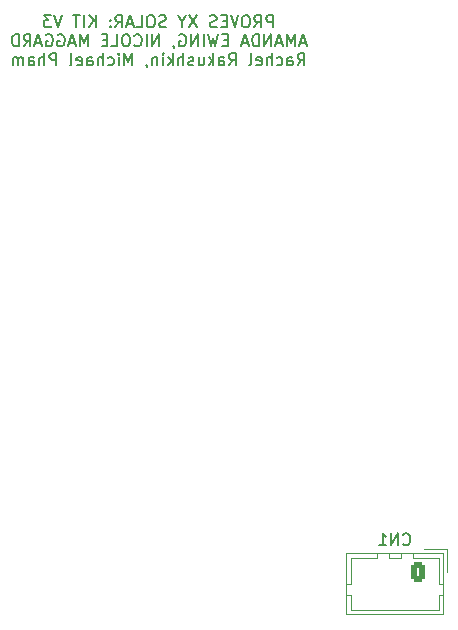
<source format=gbr>
%TF.GenerationSoftware,KiCad,Pcbnew,9.0.3*%
%TF.CreationDate,2025-07-30T14:55:58-07:00*%
%TF.ProjectId,xy_faces_v2a,78795f66-6163-4657-935f-7632612e6b69,3.0*%
%TF.SameCoordinates,Original*%
%TF.FileFunction,Legend,Bot*%
%TF.FilePolarity,Positive*%
%FSLAX46Y46*%
G04 Gerber Fmt 4.6, Leading zero omitted, Abs format (unit mm)*
G04 Created by KiCad (PCBNEW 9.0.3) date 2025-07-30 14:55:58*
%MOMM*%
%LPD*%
G01*
G04 APERTURE LIST*
G04 Aperture macros list*
%AMRoundRect*
0 Rectangle with rounded corners*
0 $1 Rounding radius*
0 $2 $3 $4 $5 $6 $7 $8 $9 X,Y pos of 4 corners*
0 Add a 4 corners polygon primitive as box body*
4,1,4,$2,$3,$4,$5,$6,$7,$8,$9,$2,$3,0*
0 Add four circle primitives for the rounded corners*
1,1,$1+$1,$2,$3*
1,1,$1+$1,$4,$5*
1,1,$1+$1,$6,$7*
1,1,$1+$1,$8,$9*
0 Add four rect primitives between the rounded corners*
20,1,$1+$1,$2,$3,$4,$5,0*
20,1,$1+$1,$4,$5,$6,$7,0*
20,1,$1+$1,$6,$7,$8,$9,0*
20,1,$1+$1,$8,$9,$2,$3,0*%
G04 Aperture macros list end*
%ADD10C,0.150000*%
%ADD11C,0.120000*%
%ADD12C,0.000000*%
%ADD13C,5.700000*%
%ADD14RoundRect,0.250000X0.350000X0.575000X-0.350000X0.575000X-0.350000X-0.575000X0.350000X-0.575000X0*%
%ADD15O,1.200000X1.650000*%
G04 APERTURE END LIST*
D10*
X134166666Y-67644875D02*
X134166666Y-66644875D01*
X134166666Y-66644875D02*
X133785714Y-66644875D01*
X133785714Y-66644875D02*
X133690476Y-66692494D01*
X133690476Y-66692494D02*
X133642857Y-66740113D01*
X133642857Y-66740113D02*
X133595238Y-66835351D01*
X133595238Y-66835351D02*
X133595238Y-66978208D01*
X133595238Y-66978208D02*
X133642857Y-67073446D01*
X133642857Y-67073446D02*
X133690476Y-67121065D01*
X133690476Y-67121065D02*
X133785714Y-67168684D01*
X133785714Y-67168684D02*
X134166666Y-67168684D01*
X132595238Y-67644875D02*
X132928571Y-67168684D01*
X133166666Y-67644875D02*
X133166666Y-66644875D01*
X133166666Y-66644875D02*
X132785714Y-66644875D01*
X132785714Y-66644875D02*
X132690476Y-66692494D01*
X132690476Y-66692494D02*
X132642857Y-66740113D01*
X132642857Y-66740113D02*
X132595238Y-66835351D01*
X132595238Y-66835351D02*
X132595238Y-66978208D01*
X132595238Y-66978208D02*
X132642857Y-67073446D01*
X132642857Y-67073446D02*
X132690476Y-67121065D01*
X132690476Y-67121065D02*
X132785714Y-67168684D01*
X132785714Y-67168684D02*
X133166666Y-67168684D01*
X131976190Y-66644875D02*
X131785714Y-66644875D01*
X131785714Y-66644875D02*
X131690476Y-66692494D01*
X131690476Y-66692494D02*
X131595238Y-66787732D01*
X131595238Y-66787732D02*
X131547619Y-66978208D01*
X131547619Y-66978208D02*
X131547619Y-67311541D01*
X131547619Y-67311541D02*
X131595238Y-67502017D01*
X131595238Y-67502017D02*
X131690476Y-67597256D01*
X131690476Y-67597256D02*
X131785714Y-67644875D01*
X131785714Y-67644875D02*
X131976190Y-67644875D01*
X131976190Y-67644875D02*
X132071428Y-67597256D01*
X132071428Y-67597256D02*
X132166666Y-67502017D01*
X132166666Y-67502017D02*
X132214285Y-67311541D01*
X132214285Y-67311541D02*
X132214285Y-66978208D01*
X132214285Y-66978208D02*
X132166666Y-66787732D01*
X132166666Y-66787732D02*
X132071428Y-66692494D01*
X132071428Y-66692494D02*
X131976190Y-66644875D01*
X131261904Y-66644875D02*
X130928571Y-67644875D01*
X130928571Y-67644875D02*
X130595238Y-66644875D01*
X130261904Y-67121065D02*
X129928571Y-67121065D01*
X129785714Y-67644875D02*
X130261904Y-67644875D01*
X130261904Y-67644875D02*
X130261904Y-66644875D01*
X130261904Y-66644875D02*
X129785714Y-66644875D01*
X129404761Y-67597256D02*
X129261904Y-67644875D01*
X129261904Y-67644875D02*
X129023809Y-67644875D01*
X129023809Y-67644875D02*
X128928571Y-67597256D01*
X128928571Y-67597256D02*
X128880952Y-67549636D01*
X128880952Y-67549636D02*
X128833333Y-67454398D01*
X128833333Y-67454398D02*
X128833333Y-67359160D01*
X128833333Y-67359160D02*
X128880952Y-67263922D01*
X128880952Y-67263922D02*
X128928571Y-67216303D01*
X128928571Y-67216303D02*
X129023809Y-67168684D01*
X129023809Y-67168684D02*
X129214285Y-67121065D01*
X129214285Y-67121065D02*
X129309523Y-67073446D01*
X129309523Y-67073446D02*
X129357142Y-67025827D01*
X129357142Y-67025827D02*
X129404761Y-66930589D01*
X129404761Y-66930589D02*
X129404761Y-66835351D01*
X129404761Y-66835351D02*
X129357142Y-66740113D01*
X129357142Y-66740113D02*
X129309523Y-66692494D01*
X129309523Y-66692494D02*
X129214285Y-66644875D01*
X129214285Y-66644875D02*
X128976190Y-66644875D01*
X128976190Y-66644875D02*
X128833333Y-66692494D01*
X127738094Y-66644875D02*
X127071428Y-67644875D01*
X127071428Y-66644875D02*
X127738094Y-67644875D01*
X126499999Y-67168684D02*
X126499999Y-67644875D01*
X126833332Y-66644875D02*
X126499999Y-67168684D01*
X126499999Y-67168684D02*
X126166666Y-66644875D01*
X125119046Y-67597256D02*
X124976189Y-67644875D01*
X124976189Y-67644875D02*
X124738094Y-67644875D01*
X124738094Y-67644875D02*
X124642856Y-67597256D01*
X124642856Y-67597256D02*
X124595237Y-67549636D01*
X124595237Y-67549636D02*
X124547618Y-67454398D01*
X124547618Y-67454398D02*
X124547618Y-67359160D01*
X124547618Y-67359160D02*
X124595237Y-67263922D01*
X124595237Y-67263922D02*
X124642856Y-67216303D01*
X124642856Y-67216303D02*
X124738094Y-67168684D01*
X124738094Y-67168684D02*
X124928570Y-67121065D01*
X124928570Y-67121065D02*
X125023808Y-67073446D01*
X125023808Y-67073446D02*
X125071427Y-67025827D01*
X125071427Y-67025827D02*
X125119046Y-66930589D01*
X125119046Y-66930589D02*
X125119046Y-66835351D01*
X125119046Y-66835351D02*
X125071427Y-66740113D01*
X125071427Y-66740113D02*
X125023808Y-66692494D01*
X125023808Y-66692494D02*
X124928570Y-66644875D01*
X124928570Y-66644875D02*
X124690475Y-66644875D01*
X124690475Y-66644875D02*
X124547618Y-66692494D01*
X123928570Y-66644875D02*
X123738094Y-66644875D01*
X123738094Y-66644875D02*
X123642856Y-66692494D01*
X123642856Y-66692494D02*
X123547618Y-66787732D01*
X123547618Y-66787732D02*
X123499999Y-66978208D01*
X123499999Y-66978208D02*
X123499999Y-67311541D01*
X123499999Y-67311541D02*
X123547618Y-67502017D01*
X123547618Y-67502017D02*
X123642856Y-67597256D01*
X123642856Y-67597256D02*
X123738094Y-67644875D01*
X123738094Y-67644875D02*
X123928570Y-67644875D01*
X123928570Y-67644875D02*
X124023808Y-67597256D01*
X124023808Y-67597256D02*
X124119046Y-67502017D01*
X124119046Y-67502017D02*
X124166665Y-67311541D01*
X124166665Y-67311541D02*
X124166665Y-66978208D01*
X124166665Y-66978208D02*
X124119046Y-66787732D01*
X124119046Y-66787732D02*
X124023808Y-66692494D01*
X124023808Y-66692494D02*
X123928570Y-66644875D01*
X122595237Y-67644875D02*
X123071427Y-67644875D01*
X123071427Y-67644875D02*
X123071427Y-66644875D01*
X122309522Y-67359160D02*
X121833332Y-67359160D01*
X122404760Y-67644875D02*
X122071427Y-66644875D01*
X122071427Y-66644875D02*
X121738094Y-67644875D01*
X120833332Y-67644875D02*
X121166665Y-67168684D01*
X121404760Y-67644875D02*
X121404760Y-66644875D01*
X121404760Y-66644875D02*
X121023808Y-66644875D01*
X121023808Y-66644875D02*
X120928570Y-66692494D01*
X120928570Y-66692494D02*
X120880951Y-66740113D01*
X120880951Y-66740113D02*
X120833332Y-66835351D01*
X120833332Y-66835351D02*
X120833332Y-66978208D01*
X120833332Y-66978208D02*
X120880951Y-67073446D01*
X120880951Y-67073446D02*
X120928570Y-67121065D01*
X120928570Y-67121065D02*
X121023808Y-67168684D01*
X121023808Y-67168684D02*
X121404760Y-67168684D01*
X120404760Y-67549636D02*
X120357141Y-67597256D01*
X120357141Y-67597256D02*
X120404760Y-67644875D01*
X120404760Y-67644875D02*
X120452379Y-67597256D01*
X120452379Y-67597256D02*
X120404760Y-67549636D01*
X120404760Y-67549636D02*
X120404760Y-67644875D01*
X120404760Y-67025827D02*
X120357141Y-67073446D01*
X120357141Y-67073446D02*
X120404760Y-67121065D01*
X120404760Y-67121065D02*
X120452379Y-67073446D01*
X120452379Y-67073446D02*
X120404760Y-67025827D01*
X120404760Y-67025827D02*
X120404760Y-67121065D01*
X119166665Y-67644875D02*
X119166665Y-66644875D01*
X118595237Y-67644875D02*
X119023808Y-67073446D01*
X118595237Y-66644875D02*
X119166665Y-67216303D01*
X118166665Y-67644875D02*
X118166665Y-66644875D01*
X117833332Y-66644875D02*
X117261904Y-66644875D01*
X117547618Y-67644875D02*
X117547618Y-66644875D01*
X116309522Y-66644875D02*
X115976189Y-67644875D01*
X115976189Y-67644875D02*
X115642856Y-66644875D01*
X115404760Y-66644875D02*
X114785713Y-66644875D01*
X114785713Y-66644875D02*
X115119046Y-67025827D01*
X115119046Y-67025827D02*
X114976189Y-67025827D01*
X114976189Y-67025827D02*
X114880951Y-67073446D01*
X114880951Y-67073446D02*
X114833332Y-67121065D01*
X114833332Y-67121065D02*
X114785713Y-67216303D01*
X114785713Y-67216303D02*
X114785713Y-67454398D01*
X114785713Y-67454398D02*
X114833332Y-67549636D01*
X114833332Y-67549636D02*
X114880951Y-67597256D01*
X114880951Y-67597256D02*
X114976189Y-67644875D01*
X114976189Y-67644875D02*
X115261903Y-67644875D01*
X115261903Y-67644875D02*
X115357141Y-67597256D01*
X115357141Y-67597256D02*
X115404760Y-67549636D01*
X136928570Y-68969104D02*
X136452380Y-68969104D01*
X137023808Y-69254819D02*
X136690475Y-68254819D01*
X136690475Y-68254819D02*
X136357142Y-69254819D01*
X136023808Y-69254819D02*
X136023808Y-68254819D01*
X136023808Y-68254819D02*
X135690475Y-68969104D01*
X135690475Y-68969104D02*
X135357142Y-68254819D01*
X135357142Y-68254819D02*
X135357142Y-69254819D01*
X134928570Y-68969104D02*
X134452380Y-68969104D01*
X135023808Y-69254819D02*
X134690475Y-68254819D01*
X134690475Y-68254819D02*
X134357142Y-69254819D01*
X134023808Y-69254819D02*
X134023808Y-68254819D01*
X134023808Y-68254819D02*
X133452380Y-69254819D01*
X133452380Y-69254819D02*
X133452380Y-68254819D01*
X132976189Y-69254819D02*
X132976189Y-68254819D01*
X132976189Y-68254819D02*
X132738094Y-68254819D01*
X132738094Y-68254819D02*
X132595237Y-68302438D01*
X132595237Y-68302438D02*
X132499999Y-68397676D01*
X132499999Y-68397676D02*
X132452380Y-68492914D01*
X132452380Y-68492914D02*
X132404761Y-68683390D01*
X132404761Y-68683390D02*
X132404761Y-68826247D01*
X132404761Y-68826247D02*
X132452380Y-69016723D01*
X132452380Y-69016723D02*
X132499999Y-69111961D01*
X132499999Y-69111961D02*
X132595237Y-69207200D01*
X132595237Y-69207200D02*
X132738094Y-69254819D01*
X132738094Y-69254819D02*
X132976189Y-69254819D01*
X132023808Y-68969104D02*
X131547618Y-68969104D01*
X132119046Y-69254819D02*
X131785713Y-68254819D01*
X131785713Y-68254819D02*
X131452380Y-69254819D01*
X130357141Y-68731009D02*
X130023808Y-68731009D01*
X129880951Y-69254819D02*
X130357141Y-69254819D01*
X130357141Y-69254819D02*
X130357141Y-68254819D01*
X130357141Y-68254819D02*
X129880951Y-68254819D01*
X129547617Y-68254819D02*
X129309522Y-69254819D01*
X129309522Y-69254819D02*
X129119046Y-68540533D01*
X129119046Y-68540533D02*
X128928570Y-69254819D01*
X128928570Y-69254819D02*
X128690475Y-68254819D01*
X128309522Y-69254819D02*
X128309522Y-68254819D01*
X127833332Y-69254819D02*
X127833332Y-68254819D01*
X127833332Y-68254819D02*
X127261904Y-69254819D01*
X127261904Y-69254819D02*
X127261904Y-68254819D01*
X126261904Y-68302438D02*
X126357142Y-68254819D01*
X126357142Y-68254819D02*
X126499999Y-68254819D01*
X126499999Y-68254819D02*
X126642856Y-68302438D01*
X126642856Y-68302438D02*
X126738094Y-68397676D01*
X126738094Y-68397676D02*
X126785713Y-68492914D01*
X126785713Y-68492914D02*
X126833332Y-68683390D01*
X126833332Y-68683390D02*
X126833332Y-68826247D01*
X126833332Y-68826247D02*
X126785713Y-69016723D01*
X126785713Y-69016723D02*
X126738094Y-69111961D01*
X126738094Y-69111961D02*
X126642856Y-69207200D01*
X126642856Y-69207200D02*
X126499999Y-69254819D01*
X126499999Y-69254819D02*
X126404761Y-69254819D01*
X126404761Y-69254819D02*
X126261904Y-69207200D01*
X126261904Y-69207200D02*
X126214285Y-69159580D01*
X126214285Y-69159580D02*
X126214285Y-68826247D01*
X126214285Y-68826247D02*
X126404761Y-68826247D01*
X125738094Y-69207200D02*
X125738094Y-69254819D01*
X125738094Y-69254819D02*
X125785713Y-69350057D01*
X125785713Y-69350057D02*
X125833332Y-69397676D01*
X124547618Y-69254819D02*
X124547618Y-68254819D01*
X124547618Y-68254819D02*
X123976190Y-69254819D01*
X123976190Y-69254819D02*
X123976190Y-68254819D01*
X123499999Y-69254819D02*
X123499999Y-68254819D01*
X122452381Y-69159580D02*
X122500000Y-69207200D01*
X122500000Y-69207200D02*
X122642857Y-69254819D01*
X122642857Y-69254819D02*
X122738095Y-69254819D01*
X122738095Y-69254819D02*
X122880952Y-69207200D01*
X122880952Y-69207200D02*
X122976190Y-69111961D01*
X122976190Y-69111961D02*
X123023809Y-69016723D01*
X123023809Y-69016723D02*
X123071428Y-68826247D01*
X123071428Y-68826247D02*
X123071428Y-68683390D01*
X123071428Y-68683390D02*
X123023809Y-68492914D01*
X123023809Y-68492914D02*
X122976190Y-68397676D01*
X122976190Y-68397676D02*
X122880952Y-68302438D01*
X122880952Y-68302438D02*
X122738095Y-68254819D01*
X122738095Y-68254819D02*
X122642857Y-68254819D01*
X122642857Y-68254819D02*
X122500000Y-68302438D01*
X122500000Y-68302438D02*
X122452381Y-68350057D01*
X121833333Y-68254819D02*
X121642857Y-68254819D01*
X121642857Y-68254819D02*
X121547619Y-68302438D01*
X121547619Y-68302438D02*
X121452381Y-68397676D01*
X121452381Y-68397676D02*
X121404762Y-68588152D01*
X121404762Y-68588152D02*
X121404762Y-68921485D01*
X121404762Y-68921485D02*
X121452381Y-69111961D01*
X121452381Y-69111961D02*
X121547619Y-69207200D01*
X121547619Y-69207200D02*
X121642857Y-69254819D01*
X121642857Y-69254819D02*
X121833333Y-69254819D01*
X121833333Y-69254819D02*
X121928571Y-69207200D01*
X121928571Y-69207200D02*
X122023809Y-69111961D01*
X122023809Y-69111961D02*
X122071428Y-68921485D01*
X122071428Y-68921485D02*
X122071428Y-68588152D01*
X122071428Y-68588152D02*
X122023809Y-68397676D01*
X122023809Y-68397676D02*
X121928571Y-68302438D01*
X121928571Y-68302438D02*
X121833333Y-68254819D01*
X120500000Y-69254819D02*
X120976190Y-69254819D01*
X120976190Y-69254819D02*
X120976190Y-68254819D01*
X120166666Y-68731009D02*
X119833333Y-68731009D01*
X119690476Y-69254819D02*
X120166666Y-69254819D01*
X120166666Y-69254819D02*
X120166666Y-68254819D01*
X120166666Y-68254819D02*
X119690476Y-68254819D01*
X118499999Y-69254819D02*
X118499999Y-68254819D01*
X118499999Y-68254819D02*
X118166666Y-68969104D01*
X118166666Y-68969104D02*
X117833333Y-68254819D01*
X117833333Y-68254819D02*
X117833333Y-69254819D01*
X117404761Y-68969104D02*
X116928571Y-68969104D01*
X117499999Y-69254819D02*
X117166666Y-68254819D01*
X117166666Y-68254819D02*
X116833333Y-69254819D01*
X115976190Y-68302438D02*
X116071428Y-68254819D01*
X116071428Y-68254819D02*
X116214285Y-68254819D01*
X116214285Y-68254819D02*
X116357142Y-68302438D01*
X116357142Y-68302438D02*
X116452380Y-68397676D01*
X116452380Y-68397676D02*
X116499999Y-68492914D01*
X116499999Y-68492914D02*
X116547618Y-68683390D01*
X116547618Y-68683390D02*
X116547618Y-68826247D01*
X116547618Y-68826247D02*
X116499999Y-69016723D01*
X116499999Y-69016723D02*
X116452380Y-69111961D01*
X116452380Y-69111961D02*
X116357142Y-69207200D01*
X116357142Y-69207200D02*
X116214285Y-69254819D01*
X116214285Y-69254819D02*
X116119047Y-69254819D01*
X116119047Y-69254819D02*
X115976190Y-69207200D01*
X115976190Y-69207200D02*
X115928571Y-69159580D01*
X115928571Y-69159580D02*
X115928571Y-68826247D01*
X115928571Y-68826247D02*
X116119047Y-68826247D01*
X114976190Y-68302438D02*
X115071428Y-68254819D01*
X115071428Y-68254819D02*
X115214285Y-68254819D01*
X115214285Y-68254819D02*
X115357142Y-68302438D01*
X115357142Y-68302438D02*
X115452380Y-68397676D01*
X115452380Y-68397676D02*
X115499999Y-68492914D01*
X115499999Y-68492914D02*
X115547618Y-68683390D01*
X115547618Y-68683390D02*
X115547618Y-68826247D01*
X115547618Y-68826247D02*
X115499999Y-69016723D01*
X115499999Y-69016723D02*
X115452380Y-69111961D01*
X115452380Y-69111961D02*
X115357142Y-69207200D01*
X115357142Y-69207200D02*
X115214285Y-69254819D01*
X115214285Y-69254819D02*
X115119047Y-69254819D01*
X115119047Y-69254819D02*
X114976190Y-69207200D01*
X114976190Y-69207200D02*
X114928571Y-69159580D01*
X114928571Y-69159580D02*
X114928571Y-68826247D01*
X114928571Y-68826247D02*
X115119047Y-68826247D01*
X114547618Y-68969104D02*
X114071428Y-68969104D01*
X114642856Y-69254819D02*
X114309523Y-68254819D01*
X114309523Y-68254819D02*
X113976190Y-69254819D01*
X113071428Y-69254819D02*
X113404761Y-68778628D01*
X113642856Y-69254819D02*
X113642856Y-68254819D01*
X113642856Y-68254819D02*
X113261904Y-68254819D01*
X113261904Y-68254819D02*
X113166666Y-68302438D01*
X113166666Y-68302438D02*
X113119047Y-68350057D01*
X113119047Y-68350057D02*
X113071428Y-68445295D01*
X113071428Y-68445295D02*
X113071428Y-68588152D01*
X113071428Y-68588152D02*
X113119047Y-68683390D01*
X113119047Y-68683390D02*
X113166666Y-68731009D01*
X113166666Y-68731009D02*
X113261904Y-68778628D01*
X113261904Y-68778628D02*
X113642856Y-68778628D01*
X112642856Y-69254819D02*
X112642856Y-68254819D01*
X112642856Y-68254819D02*
X112404761Y-68254819D01*
X112404761Y-68254819D02*
X112261904Y-68302438D01*
X112261904Y-68302438D02*
X112166666Y-68397676D01*
X112166666Y-68397676D02*
X112119047Y-68492914D01*
X112119047Y-68492914D02*
X112071428Y-68683390D01*
X112071428Y-68683390D02*
X112071428Y-68826247D01*
X112071428Y-68826247D02*
X112119047Y-69016723D01*
X112119047Y-69016723D02*
X112166666Y-69111961D01*
X112166666Y-69111961D02*
X112261904Y-69207200D01*
X112261904Y-69207200D02*
X112404761Y-69254819D01*
X112404761Y-69254819D02*
X112642856Y-69254819D01*
X136261905Y-70864763D02*
X136595238Y-70388572D01*
X136833333Y-70864763D02*
X136833333Y-69864763D01*
X136833333Y-69864763D02*
X136452381Y-69864763D01*
X136452381Y-69864763D02*
X136357143Y-69912382D01*
X136357143Y-69912382D02*
X136309524Y-69960001D01*
X136309524Y-69960001D02*
X136261905Y-70055239D01*
X136261905Y-70055239D02*
X136261905Y-70198096D01*
X136261905Y-70198096D02*
X136309524Y-70293334D01*
X136309524Y-70293334D02*
X136357143Y-70340953D01*
X136357143Y-70340953D02*
X136452381Y-70388572D01*
X136452381Y-70388572D02*
X136833333Y-70388572D01*
X135404762Y-70864763D02*
X135404762Y-70340953D01*
X135404762Y-70340953D02*
X135452381Y-70245715D01*
X135452381Y-70245715D02*
X135547619Y-70198096D01*
X135547619Y-70198096D02*
X135738095Y-70198096D01*
X135738095Y-70198096D02*
X135833333Y-70245715D01*
X135404762Y-70817144D02*
X135500000Y-70864763D01*
X135500000Y-70864763D02*
X135738095Y-70864763D01*
X135738095Y-70864763D02*
X135833333Y-70817144D01*
X135833333Y-70817144D02*
X135880952Y-70721905D01*
X135880952Y-70721905D02*
X135880952Y-70626667D01*
X135880952Y-70626667D02*
X135833333Y-70531429D01*
X135833333Y-70531429D02*
X135738095Y-70483810D01*
X135738095Y-70483810D02*
X135500000Y-70483810D01*
X135500000Y-70483810D02*
X135404762Y-70436191D01*
X134500000Y-70817144D02*
X134595238Y-70864763D01*
X134595238Y-70864763D02*
X134785714Y-70864763D01*
X134785714Y-70864763D02*
X134880952Y-70817144D01*
X134880952Y-70817144D02*
X134928571Y-70769524D01*
X134928571Y-70769524D02*
X134976190Y-70674286D01*
X134976190Y-70674286D02*
X134976190Y-70388572D01*
X134976190Y-70388572D02*
X134928571Y-70293334D01*
X134928571Y-70293334D02*
X134880952Y-70245715D01*
X134880952Y-70245715D02*
X134785714Y-70198096D01*
X134785714Y-70198096D02*
X134595238Y-70198096D01*
X134595238Y-70198096D02*
X134500000Y-70245715D01*
X134071428Y-70864763D02*
X134071428Y-69864763D01*
X133642857Y-70864763D02*
X133642857Y-70340953D01*
X133642857Y-70340953D02*
X133690476Y-70245715D01*
X133690476Y-70245715D02*
X133785714Y-70198096D01*
X133785714Y-70198096D02*
X133928571Y-70198096D01*
X133928571Y-70198096D02*
X134023809Y-70245715D01*
X134023809Y-70245715D02*
X134071428Y-70293334D01*
X132785714Y-70817144D02*
X132880952Y-70864763D01*
X132880952Y-70864763D02*
X133071428Y-70864763D01*
X133071428Y-70864763D02*
X133166666Y-70817144D01*
X133166666Y-70817144D02*
X133214285Y-70721905D01*
X133214285Y-70721905D02*
X133214285Y-70340953D01*
X133214285Y-70340953D02*
X133166666Y-70245715D01*
X133166666Y-70245715D02*
X133071428Y-70198096D01*
X133071428Y-70198096D02*
X132880952Y-70198096D01*
X132880952Y-70198096D02*
X132785714Y-70245715D01*
X132785714Y-70245715D02*
X132738095Y-70340953D01*
X132738095Y-70340953D02*
X132738095Y-70436191D01*
X132738095Y-70436191D02*
X133214285Y-70531429D01*
X132166666Y-70864763D02*
X132261904Y-70817144D01*
X132261904Y-70817144D02*
X132309523Y-70721905D01*
X132309523Y-70721905D02*
X132309523Y-69864763D01*
X130452380Y-70864763D02*
X130785713Y-70388572D01*
X131023808Y-70864763D02*
X131023808Y-69864763D01*
X131023808Y-69864763D02*
X130642856Y-69864763D01*
X130642856Y-69864763D02*
X130547618Y-69912382D01*
X130547618Y-69912382D02*
X130499999Y-69960001D01*
X130499999Y-69960001D02*
X130452380Y-70055239D01*
X130452380Y-70055239D02*
X130452380Y-70198096D01*
X130452380Y-70198096D02*
X130499999Y-70293334D01*
X130499999Y-70293334D02*
X130547618Y-70340953D01*
X130547618Y-70340953D02*
X130642856Y-70388572D01*
X130642856Y-70388572D02*
X131023808Y-70388572D01*
X129595237Y-70864763D02*
X129595237Y-70340953D01*
X129595237Y-70340953D02*
X129642856Y-70245715D01*
X129642856Y-70245715D02*
X129738094Y-70198096D01*
X129738094Y-70198096D02*
X129928570Y-70198096D01*
X129928570Y-70198096D02*
X130023808Y-70245715D01*
X129595237Y-70817144D02*
X129690475Y-70864763D01*
X129690475Y-70864763D02*
X129928570Y-70864763D01*
X129928570Y-70864763D02*
X130023808Y-70817144D01*
X130023808Y-70817144D02*
X130071427Y-70721905D01*
X130071427Y-70721905D02*
X130071427Y-70626667D01*
X130071427Y-70626667D02*
X130023808Y-70531429D01*
X130023808Y-70531429D02*
X129928570Y-70483810D01*
X129928570Y-70483810D02*
X129690475Y-70483810D01*
X129690475Y-70483810D02*
X129595237Y-70436191D01*
X129119046Y-70864763D02*
X129119046Y-69864763D01*
X129023808Y-70483810D02*
X128738094Y-70864763D01*
X128738094Y-70198096D02*
X129119046Y-70579048D01*
X127880951Y-70198096D02*
X127880951Y-70864763D01*
X128309522Y-70198096D02*
X128309522Y-70721905D01*
X128309522Y-70721905D02*
X128261903Y-70817144D01*
X128261903Y-70817144D02*
X128166665Y-70864763D01*
X128166665Y-70864763D02*
X128023808Y-70864763D01*
X128023808Y-70864763D02*
X127928570Y-70817144D01*
X127928570Y-70817144D02*
X127880951Y-70769524D01*
X127452379Y-70817144D02*
X127357141Y-70864763D01*
X127357141Y-70864763D02*
X127166665Y-70864763D01*
X127166665Y-70864763D02*
X127071427Y-70817144D01*
X127071427Y-70817144D02*
X127023808Y-70721905D01*
X127023808Y-70721905D02*
X127023808Y-70674286D01*
X127023808Y-70674286D02*
X127071427Y-70579048D01*
X127071427Y-70579048D02*
X127166665Y-70531429D01*
X127166665Y-70531429D02*
X127309522Y-70531429D01*
X127309522Y-70531429D02*
X127404760Y-70483810D01*
X127404760Y-70483810D02*
X127452379Y-70388572D01*
X127452379Y-70388572D02*
X127452379Y-70340953D01*
X127452379Y-70340953D02*
X127404760Y-70245715D01*
X127404760Y-70245715D02*
X127309522Y-70198096D01*
X127309522Y-70198096D02*
X127166665Y-70198096D01*
X127166665Y-70198096D02*
X127071427Y-70245715D01*
X126595236Y-70864763D02*
X126595236Y-69864763D01*
X126166665Y-70864763D02*
X126166665Y-70340953D01*
X126166665Y-70340953D02*
X126214284Y-70245715D01*
X126214284Y-70245715D02*
X126309522Y-70198096D01*
X126309522Y-70198096D02*
X126452379Y-70198096D01*
X126452379Y-70198096D02*
X126547617Y-70245715D01*
X126547617Y-70245715D02*
X126595236Y-70293334D01*
X125690474Y-70864763D02*
X125690474Y-69864763D01*
X125595236Y-70483810D02*
X125309522Y-70864763D01*
X125309522Y-70198096D02*
X125690474Y-70579048D01*
X124880950Y-70864763D02*
X124880950Y-70198096D01*
X124880950Y-69864763D02*
X124928569Y-69912382D01*
X124928569Y-69912382D02*
X124880950Y-69960001D01*
X124880950Y-69960001D02*
X124833331Y-69912382D01*
X124833331Y-69912382D02*
X124880950Y-69864763D01*
X124880950Y-69864763D02*
X124880950Y-69960001D01*
X124404760Y-70198096D02*
X124404760Y-70864763D01*
X124404760Y-70293334D02*
X124357141Y-70245715D01*
X124357141Y-70245715D02*
X124261903Y-70198096D01*
X124261903Y-70198096D02*
X124119046Y-70198096D01*
X124119046Y-70198096D02*
X124023808Y-70245715D01*
X124023808Y-70245715D02*
X123976189Y-70340953D01*
X123976189Y-70340953D02*
X123976189Y-70864763D01*
X123452379Y-70817144D02*
X123452379Y-70864763D01*
X123452379Y-70864763D02*
X123499998Y-70960001D01*
X123499998Y-70960001D02*
X123547617Y-71007620D01*
X122261903Y-70864763D02*
X122261903Y-69864763D01*
X122261903Y-69864763D02*
X121928570Y-70579048D01*
X121928570Y-70579048D02*
X121595237Y-69864763D01*
X121595237Y-69864763D02*
X121595237Y-70864763D01*
X121119046Y-70864763D02*
X121119046Y-70198096D01*
X121119046Y-69864763D02*
X121166665Y-69912382D01*
X121166665Y-69912382D02*
X121119046Y-69960001D01*
X121119046Y-69960001D02*
X121071427Y-69912382D01*
X121071427Y-69912382D02*
X121119046Y-69864763D01*
X121119046Y-69864763D02*
X121119046Y-69960001D01*
X120214285Y-70817144D02*
X120309523Y-70864763D01*
X120309523Y-70864763D02*
X120499999Y-70864763D01*
X120499999Y-70864763D02*
X120595237Y-70817144D01*
X120595237Y-70817144D02*
X120642856Y-70769524D01*
X120642856Y-70769524D02*
X120690475Y-70674286D01*
X120690475Y-70674286D02*
X120690475Y-70388572D01*
X120690475Y-70388572D02*
X120642856Y-70293334D01*
X120642856Y-70293334D02*
X120595237Y-70245715D01*
X120595237Y-70245715D02*
X120499999Y-70198096D01*
X120499999Y-70198096D02*
X120309523Y-70198096D01*
X120309523Y-70198096D02*
X120214285Y-70245715D01*
X119785713Y-70864763D02*
X119785713Y-69864763D01*
X119357142Y-70864763D02*
X119357142Y-70340953D01*
X119357142Y-70340953D02*
X119404761Y-70245715D01*
X119404761Y-70245715D02*
X119499999Y-70198096D01*
X119499999Y-70198096D02*
X119642856Y-70198096D01*
X119642856Y-70198096D02*
X119738094Y-70245715D01*
X119738094Y-70245715D02*
X119785713Y-70293334D01*
X118452380Y-70864763D02*
X118452380Y-70340953D01*
X118452380Y-70340953D02*
X118499999Y-70245715D01*
X118499999Y-70245715D02*
X118595237Y-70198096D01*
X118595237Y-70198096D02*
X118785713Y-70198096D01*
X118785713Y-70198096D02*
X118880951Y-70245715D01*
X118452380Y-70817144D02*
X118547618Y-70864763D01*
X118547618Y-70864763D02*
X118785713Y-70864763D01*
X118785713Y-70864763D02*
X118880951Y-70817144D01*
X118880951Y-70817144D02*
X118928570Y-70721905D01*
X118928570Y-70721905D02*
X118928570Y-70626667D01*
X118928570Y-70626667D02*
X118880951Y-70531429D01*
X118880951Y-70531429D02*
X118785713Y-70483810D01*
X118785713Y-70483810D02*
X118547618Y-70483810D01*
X118547618Y-70483810D02*
X118452380Y-70436191D01*
X117595237Y-70817144D02*
X117690475Y-70864763D01*
X117690475Y-70864763D02*
X117880951Y-70864763D01*
X117880951Y-70864763D02*
X117976189Y-70817144D01*
X117976189Y-70817144D02*
X118023808Y-70721905D01*
X118023808Y-70721905D02*
X118023808Y-70340953D01*
X118023808Y-70340953D02*
X117976189Y-70245715D01*
X117976189Y-70245715D02*
X117880951Y-70198096D01*
X117880951Y-70198096D02*
X117690475Y-70198096D01*
X117690475Y-70198096D02*
X117595237Y-70245715D01*
X117595237Y-70245715D02*
X117547618Y-70340953D01*
X117547618Y-70340953D02*
X117547618Y-70436191D01*
X117547618Y-70436191D02*
X118023808Y-70531429D01*
X116976189Y-70864763D02*
X117071427Y-70817144D01*
X117071427Y-70817144D02*
X117119046Y-70721905D01*
X117119046Y-70721905D02*
X117119046Y-69864763D01*
X115833331Y-70864763D02*
X115833331Y-69864763D01*
X115833331Y-69864763D02*
X115452379Y-69864763D01*
X115452379Y-69864763D02*
X115357141Y-69912382D01*
X115357141Y-69912382D02*
X115309522Y-69960001D01*
X115309522Y-69960001D02*
X115261903Y-70055239D01*
X115261903Y-70055239D02*
X115261903Y-70198096D01*
X115261903Y-70198096D02*
X115309522Y-70293334D01*
X115309522Y-70293334D02*
X115357141Y-70340953D01*
X115357141Y-70340953D02*
X115452379Y-70388572D01*
X115452379Y-70388572D02*
X115833331Y-70388572D01*
X114833331Y-70864763D02*
X114833331Y-69864763D01*
X114404760Y-70864763D02*
X114404760Y-70340953D01*
X114404760Y-70340953D02*
X114452379Y-70245715D01*
X114452379Y-70245715D02*
X114547617Y-70198096D01*
X114547617Y-70198096D02*
X114690474Y-70198096D01*
X114690474Y-70198096D02*
X114785712Y-70245715D01*
X114785712Y-70245715D02*
X114833331Y-70293334D01*
X113499998Y-70864763D02*
X113499998Y-70340953D01*
X113499998Y-70340953D02*
X113547617Y-70245715D01*
X113547617Y-70245715D02*
X113642855Y-70198096D01*
X113642855Y-70198096D02*
X113833331Y-70198096D01*
X113833331Y-70198096D02*
X113928569Y-70245715D01*
X113499998Y-70817144D02*
X113595236Y-70864763D01*
X113595236Y-70864763D02*
X113833331Y-70864763D01*
X113833331Y-70864763D02*
X113928569Y-70817144D01*
X113928569Y-70817144D02*
X113976188Y-70721905D01*
X113976188Y-70721905D02*
X113976188Y-70626667D01*
X113976188Y-70626667D02*
X113928569Y-70531429D01*
X113928569Y-70531429D02*
X113833331Y-70483810D01*
X113833331Y-70483810D02*
X113595236Y-70483810D01*
X113595236Y-70483810D02*
X113499998Y-70436191D01*
X113023807Y-70864763D02*
X113023807Y-70198096D01*
X113023807Y-70293334D02*
X112976188Y-70245715D01*
X112976188Y-70245715D02*
X112880950Y-70198096D01*
X112880950Y-70198096D02*
X112738093Y-70198096D01*
X112738093Y-70198096D02*
X112642855Y-70245715D01*
X112642855Y-70245715D02*
X112595236Y-70340953D01*
X112595236Y-70340953D02*
X112595236Y-70864763D01*
X112595236Y-70340953D02*
X112547617Y-70245715D01*
X112547617Y-70245715D02*
X112452379Y-70198096D01*
X112452379Y-70198096D02*
X112309522Y-70198096D01*
X112309522Y-70198096D02*
X112214283Y-70245715D01*
X112214283Y-70245715D02*
X112166664Y-70340953D01*
X112166664Y-70340953D02*
X112166664Y-70864763D01*
X145190477Y-111409581D02*
X145238096Y-111457201D01*
X145238096Y-111457201D02*
X145380953Y-111504820D01*
X145380953Y-111504820D02*
X145476191Y-111504820D01*
X145476191Y-111504820D02*
X145619048Y-111457201D01*
X145619048Y-111457201D02*
X145714286Y-111361962D01*
X145714286Y-111361962D02*
X145761905Y-111266724D01*
X145761905Y-111266724D02*
X145809524Y-111076248D01*
X145809524Y-111076248D02*
X145809524Y-110933391D01*
X145809524Y-110933391D02*
X145761905Y-110742915D01*
X145761905Y-110742915D02*
X145714286Y-110647677D01*
X145714286Y-110647677D02*
X145619048Y-110552439D01*
X145619048Y-110552439D02*
X145476191Y-110504820D01*
X145476191Y-110504820D02*
X145380953Y-110504820D01*
X145380953Y-110504820D02*
X145238096Y-110552439D01*
X145238096Y-110552439D02*
X145190477Y-110600058D01*
X144761905Y-111504820D02*
X144761905Y-110504820D01*
X144761905Y-110504820D02*
X144190477Y-111504820D01*
X144190477Y-111504820D02*
X144190477Y-110504820D01*
X143190477Y-111504820D02*
X143761905Y-111504820D01*
X143476191Y-111504820D02*
X143476191Y-110504820D01*
X143476191Y-110504820D02*
X143571429Y-110647677D01*
X143571429Y-110647677D02*
X143666667Y-110742915D01*
X143666667Y-110742915D02*
X143761905Y-110790534D01*
D11*
%TO.C,CN1*%
X140400001Y-112150001D02*
X148600001Y-112150001D01*
X140400001Y-114750001D02*
X140800001Y-114750001D01*
X140400001Y-117350001D02*
X140400001Y-112150001D01*
X140800001Y-112550001D02*
X143000001Y-112550001D01*
X140800001Y-114750001D02*
X140800001Y-112550001D01*
X140800001Y-115750001D02*
X140400001Y-115750001D01*
X140800001Y-116950001D02*
X140800001Y-115750001D01*
X143000001Y-112550001D02*
X143000001Y-112150001D01*
X144000001Y-112550001D02*
X144000001Y-112150001D01*
X145000001Y-112150001D02*
X145000001Y-112550001D01*
X145000001Y-112550001D02*
X144000001Y-112550001D01*
X146000001Y-112550000D02*
X146000001Y-112150001D01*
X148200001Y-112550000D02*
X146000001Y-112550000D01*
X148200001Y-114750001D02*
X148200001Y-112550000D01*
X148200001Y-115750001D02*
X148200001Y-116950001D01*
X148200001Y-116950001D02*
X140800001Y-116950001D01*
X148600001Y-112150001D02*
X148600001Y-117350001D01*
X148600001Y-114750001D02*
X148200001Y-114750001D01*
X148600001Y-115750001D02*
X148200001Y-115750001D01*
X148600001Y-117350001D02*
X140400001Y-117350001D01*
X148910001Y-111840001D02*
X147000000Y-111840001D01*
X148910001Y-113750001D02*
X148910001Y-111840001D01*
%TD*%
%LPC*%
D10*
X138961906Y-100326037D02*
X138819049Y-100373656D01*
X138819049Y-100373656D02*
X138771430Y-100421275D01*
X138771430Y-100421275D02*
X138723811Y-100516513D01*
X138723811Y-100516513D02*
X138723811Y-100659370D01*
X138723811Y-100659370D02*
X138771430Y-100754608D01*
X138771430Y-100754608D02*
X138819049Y-100802228D01*
X138819049Y-100802228D02*
X138914287Y-100849847D01*
X138914287Y-100849847D02*
X139295239Y-100849847D01*
X139295239Y-100849847D02*
X139295239Y-99849847D01*
X139295239Y-99849847D02*
X138961906Y-99849847D01*
X138961906Y-99849847D02*
X138866668Y-99897466D01*
X138866668Y-99897466D02*
X138819049Y-99945085D01*
X138819049Y-99945085D02*
X138771430Y-100040323D01*
X138771430Y-100040323D02*
X138771430Y-100135561D01*
X138771430Y-100135561D02*
X138819049Y-100230799D01*
X138819049Y-100230799D02*
X138866668Y-100278418D01*
X138866668Y-100278418D02*
X138961906Y-100326037D01*
X138961906Y-100326037D02*
X139295239Y-100326037D01*
X137723811Y-100849847D02*
X138057144Y-100373656D01*
X138295239Y-100849847D02*
X138295239Y-99849847D01*
X138295239Y-99849847D02*
X137914287Y-99849847D01*
X137914287Y-99849847D02*
X137819049Y-99897466D01*
X137819049Y-99897466D02*
X137771430Y-99945085D01*
X137771430Y-99945085D02*
X137723811Y-100040323D01*
X137723811Y-100040323D02*
X137723811Y-100183180D01*
X137723811Y-100183180D02*
X137771430Y-100278418D01*
X137771430Y-100278418D02*
X137819049Y-100326037D01*
X137819049Y-100326037D02*
X137914287Y-100373656D01*
X137914287Y-100373656D02*
X138295239Y-100373656D01*
X137104763Y-99849847D02*
X136914287Y-99849847D01*
X136914287Y-99849847D02*
X136819049Y-99897466D01*
X136819049Y-99897466D02*
X136723811Y-99992704D01*
X136723811Y-99992704D02*
X136676192Y-100183180D01*
X136676192Y-100183180D02*
X136676192Y-100516513D01*
X136676192Y-100516513D02*
X136723811Y-100706989D01*
X136723811Y-100706989D02*
X136819049Y-100802228D01*
X136819049Y-100802228D02*
X136914287Y-100849847D01*
X136914287Y-100849847D02*
X137104763Y-100849847D01*
X137104763Y-100849847D02*
X137200001Y-100802228D01*
X137200001Y-100802228D02*
X137295239Y-100706989D01*
X137295239Y-100706989D02*
X137342858Y-100516513D01*
X137342858Y-100516513D02*
X137342858Y-100183180D01*
X137342858Y-100183180D02*
X137295239Y-99992704D01*
X137295239Y-99992704D02*
X137200001Y-99897466D01*
X137200001Y-99897466D02*
X137104763Y-99849847D01*
X136247620Y-100849847D02*
X136247620Y-99849847D01*
X136247620Y-99849847D02*
X135676192Y-100849847D01*
X135676192Y-100849847D02*
X135676192Y-99849847D01*
X134628573Y-100754608D02*
X134676192Y-100802228D01*
X134676192Y-100802228D02*
X134819049Y-100849847D01*
X134819049Y-100849847D02*
X134914287Y-100849847D01*
X134914287Y-100849847D02*
X135057144Y-100802228D01*
X135057144Y-100802228D02*
X135152382Y-100706989D01*
X135152382Y-100706989D02*
X135200001Y-100611751D01*
X135200001Y-100611751D02*
X135247620Y-100421275D01*
X135247620Y-100421275D02*
X135247620Y-100278418D01*
X135247620Y-100278418D02*
X135200001Y-100087942D01*
X135200001Y-100087942D02*
X135152382Y-99992704D01*
X135152382Y-99992704D02*
X135057144Y-99897466D01*
X135057144Y-99897466D02*
X134914287Y-99849847D01*
X134914287Y-99849847D02*
X134819049Y-99849847D01*
X134819049Y-99849847D02*
X134676192Y-99897466D01*
X134676192Y-99897466D02*
X134628573Y-99945085D01*
X134009525Y-99849847D02*
X133819049Y-99849847D01*
X133819049Y-99849847D02*
X133723811Y-99897466D01*
X133723811Y-99897466D02*
X133628573Y-99992704D01*
X133628573Y-99992704D02*
X133580954Y-100183180D01*
X133580954Y-100183180D02*
X133580954Y-100516513D01*
X133580954Y-100516513D02*
X133628573Y-100706989D01*
X133628573Y-100706989D02*
X133723811Y-100802228D01*
X133723811Y-100802228D02*
X133819049Y-100849847D01*
X133819049Y-100849847D02*
X134009525Y-100849847D01*
X134009525Y-100849847D02*
X134104763Y-100802228D01*
X134104763Y-100802228D02*
X134200001Y-100706989D01*
X134200001Y-100706989D02*
X134247620Y-100516513D01*
X134247620Y-100516513D02*
X134247620Y-100183180D01*
X134247620Y-100183180D02*
X134200001Y-99992704D01*
X134200001Y-99992704D02*
X134104763Y-99897466D01*
X134104763Y-99897466D02*
X134009525Y-99849847D01*
X132438096Y-100802228D02*
X132295239Y-100849847D01*
X132295239Y-100849847D02*
X132057144Y-100849847D01*
X132057144Y-100849847D02*
X131961906Y-100802228D01*
X131961906Y-100802228D02*
X131914287Y-100754608D01*
X131914287Y-100754608D02*
X131866668Y-100659370D01*
X131866668Y-100659370D02*
X131866668Y-100564132D01*
X131866668Y-100564132D02*
X131914287Y-100468894D01*
X131914287Y-100468894D02*
X131961906Y-100421275D01*
X131961906Y-100421275D02*
X132057144Y-100373656D01*
X132057144Y-100373656D02*
X132247620Y-100326037D01*
X132247620Y-100326037D02*
X132342858Y-100278418D01*
X132342858Y-100278418D02*
X132390477Y-100230799D01*
X132390477Y-100230799D02*
X132438096Y-100135561D01*
X132438096Y-100135561D02*
X132438096Y-100040323D01*
X132438096Y-100040323D02*
X132390477Y-99945085D01*
X132390477Y-99945085D02*
X132342858Y-99897466D01*
X132342858Y-99897466D02*
X132247620Y-99849847D01*
X132247620Y-99849847D02*
X132009525Y-99849847D01*
X132009525Y-99849847D02*
X131866668Y-99897466D01*
X131438096Y-100849847D02*
X131438096Y-99849847D01*
X131438096Y-99849847D02*
X131057144Y-99849847D01*
X131057144Y-99849847D02*
X130961906Y-99897466D01*
X130961906Y-99897466D02*
X130914287Y-99945085D01*
X130914287Y-99945085D02*
X130866668Y-100040323D01*
X130866668Y-100040323D02*
X130866668Y-100183180D01*
X130866668Y-100183180D02*
X130914287Y-100278418D01*
X130914287Y-100278418D02*
X130961906Y-100326037D01*
X130961906Y-100326037D02*
X131057144Y-100373656D01*
X131057144Y-100373656D02*
X131438096Y-100373656D01*
X130485715Y-100564132D02*
X130009525Y-100564132D01*
X130580953Y-100849847D02*
X130247620Y-99849847D01*
X130247620Y-99849847D02*
X129914287Y-100849847D01*
X129009525Y-100754608D02*
X129057144Y-100802228D01*
X129057144Y-100802228D02*
X129200001Y-100849847D01*
X129200001Y-100849847D02*
X129295239Y-100849847D01*
X129295239Y-100849847D02*
X129438096Y-100802228D01*
X129438096Y-100802228D02*
X129533334Y-100706989D01*
X129533334Y-100706989D02*
X129580953Y-100611751D01*
X129580953Y-100611751D02*
X129628572Y-100421275D01*
X129628572Y-100421275D02*
X129628572Y-100278418D01*
X129628572Y-100278418D02*
X129580953Y-100087942D01*
X129580953Y-100087942D02*
X129533334Y-99992704D01*
X129533334Y-99992704D02*
X129438096Y-99897466D01*
X129438096Y-99897466D02*
X129295239Y-99849847D01*
X129295239Y-99849847D02*
X129200001Y-99849847D01*
X129200001Y-99849847D02*
X129057144Y-99897466D01*
X129057144Y-99897466D02*
X129009525Y-99945085D01*
X128580953Y-100326037D02*
X128247620Y-100326037D01*
X128104763Y-100849847D02*
X128580953Y-100849847D01*
X128580953Y-100849847D02*
X128580953Y-99849847D01*
X128580953Y-99849847D02*
X128104763Y-99849847D01*
X126914286Y-100326037D02*
X126580953Y-100326037D01*
X126438096Y-100849847D02*
X126914286Y-100849847D01*
X126914286Y-100849847D02*
X126914286Y-99849847D01*
X126914286Y-99849847D02*
X126438096Y-99849847D01*
X125580953Y-100849847D02*
X125580953Y-99849847D01*
X125580953Y-100802228D02*
X125676191Y-100849847D01*
X125676191Y-100849847D02*
X125866667Y-100849847D01*
X125866667Y-100849847D02*
X125961905Y-100802228D01*
X125961905Y-100802228D02*
X126009524Y-100754608D01*
X126009524Y-100754608D02*
X126057143Y-100659370D01*
X126057143Y-100659370D02*
X126057143Y-100373656D01*
X126057143Y-100373656D02*
X126009524Y-100278418D01*
X126009524Y-100278418D02*
X125961905Y-100230799D01*
X125961905Y-100230799D02*
X125866667Y-100183180D01*
X125866667Y-100183180D02*
X125676191Y-100183180D01*
X125676191Y-100183180D02*
X125580953Y-100230799D01*
X124676191Y-100183180D02*
X124676191Y-100849847D01*
X125104762Y-100183180D02*
X125104762Y-100706989D01*
X125104762Y-100706989D02*
X125057143Y-100802228D01*
X125057143Y-100802228D02*
X124961905Y-100849847D01*
X124961905Y-100849847D02*
X124819048Y-100849847D01*
X124819048Y-100849847D02*
X124723810Y-100802228D01*
X124723810Y-100802228D02*
X124676191Y-100754608D01*
X123771429Y-100802228D02*
X123866667Y-100849847D01*
X123866667Y-100849847D02*
X124057143Y-100849847D01*
X124057143Y-100849847D02*
X124152381Y-100802228D01*
X124152381Y-100802228D02*
X124200000Y-100754608D01*
X124200000Y-100754608D02*
X124247619Y-100659370D01*
X124247619Y-100659370D02*
X124247619Y-100373656D01*
X124247619Y-100373656D02*
X124200000Y-100278418D01*
X124200000Y-100278418D02*
X124152381Y-100230799D01*
X124152381Y-100230799D02*
X124057143Y-100183180D01*
X124057143Y-100183180D02*
X123866667Y-100183180D01*
X123866667Y-100183180D02*
X123771429Y-100230799D01*
X122914286Y-100849847D02*
X122914286Y-100326037D01*
X122914286Y-100326037D02*
X122961905Y-100230799D01*
X122961905Y-100230799D02*
X123057143Y-100183180D01*
X123057143Y-100183180D02*
X123247619Y-100183180D01*
X123247619Y-100183180D02*
X123342857Y-100230799D01*
X122914286Y-100802228D02*
X123009524Y-100849847D01*
X123009524Y-100849847D02*
X123247619Y-100849847D01*
X123247619Y-100849847D02*
X123342857Y-100802228D01*
X123342857Y-100802228D02*
X123390476Y-100706989D01*
X123390476Y-100706989D02*
X123390476Y-100611751D01*
X123390476Y-100611751D02*
X123342857Y-100516513D01*
X123342857Y-100516513D02*
X123247619Y-100468894D01*
X123247619Y-100468894D02*
X123009524Y-100468894D01*
X123009524Y-100468894D02*
X122914286Y-100421275D01*
X122580952Y-100183180D02*
X122200000Y-100183180D01*
X122438095Y-99849847D02*
X122438095Y-100706989D01*
X122438095Y-100706989D02*
X122390476Y-100802228D01*
X122390476Y-100802228D02*
X122295238Y-100849847D01*
X122295238Y-100849847D02*
X122200000Y-100849847D01*
X121866666Y-100849847D02*
X121866666Y-100183180D01*
X121866666Y-99849847D02*
X121914285Y-99897466D01*
X121914285Y-99897466D02*
X121866666Y-99945085D01*
X121866666Y-99945085D02*
X121819047Y-99897466D01*
X121819047Y-99897466D02*
X121866666Y-99849847D01*
X121866666Y-99849847D02*
X121866666Y-99945085D01*
X121247619Y-100849847D02*
X121342857Y-100802228D01*
X121342857Y-100802228D02*
X121390476Y-100754608D01*
X121390476Y-100754608D02*
X121438095Y-100659370D01*
X121438095Y-100659370D02*
X121438095Y-100373656D01*
X121438095Y-100373656D02*
X121390476Y-100278418D01*
X121390476Y-100278418D02*
X121342857Y-100230799D01*
X121342857Y-100230799D02*
X121247619Y-100183180D01*
X121247619Y-100183180D02*
X121104762Y-100183180D01*
X121104762Y-100183180D02*
X121009524Y-100230799D01*
X121009524Y-100230799D02*
X120961905Y-100278418D01*
X120961905Y-100278418D02*
X120914286Y-100373656D01*
X120914286Y-100373656D02*
X120914286Y-100659370D01*
X120914286Y-100659370D02*
X120961905Y-100754608D01*
X120961905Y-100754608D02*
X121009524Y-100802228D01*
X121009524Y-100802228D02*
X121104762Y-100849847D01*
X121104762Y-100849847D02*
X121247619Y-100849847D01*
X120485714Y-100183180D02*
X120485714Y-100849847D01*
X120485714Y-100278418D02*
X120438095Y-100230799D01*
X120438095Y-100230799D02*
X120342857Y-100183180D01*
X120342857Y-100183180D02*
X120200000Y-100183180D01*
X120200000Y-100183180D02*
X120104762Y-100230799D01*
X120104762Y-100230799D02*
X120057143Y-100326037D01*
X120057143Y-100326037D02*
X120057143Y-100849847D01*
X119152381Y-100849847D02*
X119152381Y-100326037D01*
X119152381Y-100326037D02*
X119200000Y-100230799D01*
X119200000Y-100230799D02*
X119295238Y-100183180D01*
X119295238Y-100183180D02*
X119485714Y-100183180D01*
X119485714Y-100183180D02*
X119580952Y-100230799D01*
X119152381Y-100802228D02*
X119247619Y-100849847D01*
X119247619Y-100849847D02*
X119485714Y-100849847D01*
X119485714Y-100849847D02*
X119580952Y-100802228D01*
X119580952Y-100802228D02*
X119628571Y-100706989D01*
X119628571Y-100706989D02*
X119628571Y-100611751D01*
X119628571Y-100611751D02*
X119580952Y-100516513D01*
X119580952Y-100516513D02*
X119485714Y-100468894D01*
X119485714Y-100468894D02*
X119247619Y-100468894D01*
X119247619Y-100468894D02*
X119152381Y-100421275D01*
X118533333Y-100849847D02*
X118628571Y-100802228D01*
X118628571Y-100802228D02*
X118676190Y-100706989D01*
X118676190Y-100706989D02*
X118676190Y-99849847D01*
X117390475Y-100849847D02*
X117390475Y-99849847D01*
X117390475Y-99849847D02*
X117009523Y-99849847D01*
X117009523Y-99849847D02*
X116914285Y-99897466D01*
X116914285Y-99897466D02*
X116866666Y-99945085D01*
X116866666Y-99945085D02*
X116819047Y-100040323D01*
X116819047Y-100040323D02*
X116819047Y-100183180D01*
X116819047Y-100183180D02*
X116866666Y-100278418D01*
X116866666Y-100278418D02*
X116914285Y-100326037D01*
X116914285Y-100326037D02*
X117009523Y-100373656D01*
X117009523Y-100373656D02*
X117390475Y-100373656D01*
X116390475Y-100849847D02*
X116390475Y-100183180D01*
X116390475Y-100373656D02*
X116342856Y-100278418D01*
X116342856Y-100278418D02*
X116295237Y-100230799D01*
X116295237Y-100230799D02*
X116199999Y-100183180D01*
X116199999Y-100183180D02*
X116104761Y-100183180D01*
X115628570Y-100849847D02*
X115723808Y-100802228D01*
X115723808Y-100802228D02*
X115771427Y-100754608D01*
X115771427Y-100754608D02*
X115819046Y-100659370D01*
X115819046Y-100659370D02*
X115819046Y-100373656D01*
X115819046Y-100373656D02*
X115771427Y-100278418D01*
X115771427Y-100278418D02*
X115723808Y-100230799D01*
X115723808Y-100230799D02*
X115628570Y-100183180D01*
X115628570Y-100183180D02*
X115485713Y-100183180D01*
X115485713Y-100183180D02*
X115390475Y-100230799D01*
X115390475Y-100230799D02*
X115342856Y-100278418D01*
X115342856Y-100278418D02*
X115295237Y-100373656D01*
X115295237Y-100373656D02*
X115295237Y-100659370D01*
X115295237Y-100659370D02*
X115342856Y-100754608D01*
X115342856Y-100754608D02*
X115390475Y-100802228D01*
X115390475Y-100802228D02*
X115485713Y-100849847D01*
X115485713Y-100849847D02*
X115628570Y-100849847D01*
X114438094Y-100849847D02*
X114438094Y-99849847D01*
X114438094Y-100802228D02*
X114533332Y-100849847D01*
X114533332Y-100849847D02*
X114723808Y-100849847D01*
X114723808Y-100849847D02*
X114819046Y-100802228D01*
X114819046Y-100802228D02*
X114866665Y-100754608D01*
X114866665Y-100754608D02*
X114914284Y-100659370D01*
X114914284Y-100659370D02*
X114914284Y-100373656D01*
X114914284Y-100373656D02*
X114866665Y-100278418D01*
X114866665Y-100278418D02*
X114819046Y-100230799D01*
X114819046Y-100230799D02*
X114723808Y-100183180D01*
X114723808Y-100183180D02*
X114533332Y-100183180D01*
X114533332Y-100183180D02*
X114438094Y-100230799D01*
X113533332Y-100183180D02*
X113533332Y-100849847D01*
X113961903Y-100183180D02*
X113961903Y-100706989D01*
X113961903Y-100706989D02*
X113914284Y-100802228D01*
X113914284Y-100802228D02*
X113819046Y-100849847D01*
X113819046Y-100849847D02*
X113676189Y-100849847D01*
X113676189Y-100849847D02*
X113580951Y-100802228D01*
X113580951Y-100802228D02*
X113533332Y-100754608D01*
X112628570Y-100802228D02*
X112723808Y-100849847D01*
X112723808Y-100849847D02*
X112914284Y-100849847D01*
X112914284Y-100849847D02*
X113009522Y-100802228D01*
X113009522Y-100802228D02*
X113057141Y-100754608D01*
X113057141Y-100754608D02*
X113104760Y-100659370D01*
X113104760Y-100659370D02*
X113104760Y-100373656D01*
X113104760Y-100373656D02*
X113057141Y-100278418D01*
X113057141Y-100278418D02*
X113009522Y-100230799D01*
X113009522Y-100230799D02*
X112914284Y-100183180D01*
X112914284Y-100183180D02*
X112723808Y-100183180D01*
X112723808Y-100183180D02*
X112628570Y-100230799D01*
X112342855Y-100183180D02*
X111961903Y-100183180D01*
X112199998Y-99849847D02*
X112199998Y-100706989D01*
X112199998Y-100706989D02*
X112152379Y-100802228D01*
X112152379Y-100802228D02*
X112057141Y-100849847D01*
X112057141Y-100849847D02*
X111961903Y-100849847D01*
X135152382Y-101935981D02*
X135485715Y-101935981D01*
X135485715Y-102459791D02*
X135485715Y-101459791D01*
X135485715Y-101459791D02*
X135009525Y-101459791D01*
X134485715Y-102459791D02*
X134580953Y-102412172D01*
X134580953Y-102412172D02*
X134628572Y-102364552D01*
X134628572Y-102364552D02*
X134676191Y-102269314D01*
X134676191Y-102269314D02*
X134676191Y-101983600D01*
X134676191Y-101983600D02*
X134628572Y-101888362D01*
X134628572Y-101888362D02*
X134580953Y-101840743D01*
X134580953Y-101840743D02*
X134485715Y-101793124D01*
X134485715Y-101793124D02*
X134342858Y-101793124D01*
X134342858Y-101793124D02*
X134247620Y-101840743D01*
X134247620Y-101840743D02*
X134200001Y-101888362D01*
X134200001Y-101888362D02*
X134152382Y-101983600D01*
X134152382Y-101983600D02*
X134152382Y-102269314D01*
X134152382Y-102269314D02*
X134200001Y-102364552D01*
X134200001Y-102364552D02*
X134247620Y-102412172D01*
X134247620Y-102412172D02*
X134342858Y-102459791D01*
X134342858Y-102459791D02*
X134485715Y-102459791D01*
X133723810Y-102459791D02*
X133723810Y-101793124D01*
X133723810Y-101983600D02*
X133676191Y-101888362D01*
X133676191Y-101888362D02*
X133628572Y-101840743D01*
X133628572Y-101840743D02*
X133533334Y-101793124D01*
X133533334Y-101793124D02*
X133438096Y-101793124D01*
X132342857Y-102459791D02*
X132342857Y-101459791D01*
X131866667Y-101793124D02*
X131866667Y-102459791D01*
X131866667Y-101888362D02*
X131819048Y-101840743D01*
X131819048Y-101840743D02*
X131723810Y-101793124D01*
X131723810Y-101793124D02*
X131580953Y-101793124D01*
X131580953Y-101793124D02*
X131485715Y-101840743D01*
X131485715Y-101840743D02*
X131438096Y-101935981D01*
X131438096Y-101935981D02*
X131438096Y-102459791D01*
X131009524Y-102412172D02*
X130914286Y-102459791D01*
X130914286Y-102459791D02*
X130723810Y-102459791D01*
X130723810Y-102459791D02*
X130628572Y-102412172D01*
X130628572Y-102412172D02*
X130580953Y-102316933D01*
X130580953Y-102316933D02*
X130580953Y-102269314D01*
X130580953Y-102269314D02*
X130628572Y-102174076D01*
X130628572Y-102174076D02*
X130723810Y-102126457D01*
X130723810Y-102126457D02*
X130866667Y-102126457D01*
X130866667Y-102126457D02*
X130961905Y-102078838D01*
X130961905Y-102078838D02*
X131009524Y-101983600D01*
X131009524Y-101983600D02*
X131009524Y-101935981D01*
X131009524Y-101935981D02*
X130961905Y-101840743D01*
X130961905Y-101840743D02*
X130866667Y-101793124D01*
X130866667Y-101793124D02*
X130723810Y-101793124D01*
X130723810Y-101793124D02*
X130628572Y-101840743D01*
X130295238Y-101793124D02*
X129914286Y-101793124D01*
X130152381Y-101459791D02*
X130152381Y-102316933D01*
X130152381Y-102316933D02*
X130104762Y-102412172D01*
X130104762Y-102412172D02*
X130009524Y-102459791D01*
X130009524Y-102459791D02*
X129914286Y-102459791D01*
X129580952Y-102459791D02*
X129580952Y-101793124D01*
X129580952Y-101983600D02*
X129533333Y-101888362D01*
X129533333Y-101888362D02*
X129485714Y-101840743D01*
X129485714Y-101840743D02*
X129390476Y-101793124D01*
X129390476Y-101793124D02*
X129295238Y-101793124D01*
X128533333Y-101793124D02*
X128533333Y-102459791D01*
X128961904Y-101793124D02*
X128961904Y-102316933D01*
X128961904Y-102316933D02*
X128914285Y-102412172D01*
X128914285Y-102412172D02*
X128819047Y-102459791D01*
X128819047Y-102459791D02*
X128676190Y-102459791D01*
X128676190Y-102459791D02*
X128580952Y-102412172D01*
X128580952Y-102412172D02*
X128533333Y-102364552D01*
X127628571Y-102412172D02*
X127723809Y-102459791D01*
X127723809Y-102459791D02*
X127914285Y-102459791D01*
X127914285Y-102459791D02*
X128009523Y-102412172D01*
X128009523Y-102412172D02*
X128057142Y-102364552D01*
X128057142Y-102364552D02*
X128104761Y-102269314D01*
X128104761Y-102269314D02*
X128104761Y-101983600D01*
X128104761Y-101983600D02*
X128057142Y-101888362D01*
X128057142Y-101888362D02*
X128009523Y-101840743D01*
X128009523Y-101840743D02*
X127914285Y-101793124D01*
X127914285Y-101793124D02*
X127723809Y-101793124D01*
X127723809Y-101793124D02*
X127628571Y-101840743D01*
X127342856Y-101793124D02*
X126961904Y-101793124D01*
X127199999Y-101459791D02*
X127199999Y-102316933D01*
X127199999Y-102316933D02*
X127152380Y-102412172D01*
X127152380Y-102412172D02*
X127057142Y-102459791D01*
X127057142Y-102459791D02*
X126961904Y-102459791D01*
X126628570Y-102459791D02*
X126628570Y-101793124D01*
X126628570Y-101459791D02*
X126676189Y-101507410D01*
X126676189Y-101507410D02*
X126628570Y-101555029D01*
X126628570Y-101555029D02*
X126580951Y-101507410D01*
X126580951Y-101507410D02*
X126628570Y-101459791D01*
X126628570Y-101459791D02*
X126628570Y-101555029D01*
X126009523Y-102459791D02*
X126104761Y-102412172D01*
X126104761Y-102412172D02*
X126152380Y-102364552D01*
X126152380Y-102364552D02*
X126199999Y-102269314D01*
X126199999Y-102269314D02*
X126199999Y-101983600D01*
X126199999Y-101983600D02*
X126152380Y-101888362D01*
X126152380Y-101888362D02*
X126104761Y-101840743D01*
X126104761Y-101840743D02*
X126009523Y-101793124D01*
X126009523Y-101793124D02*
X125866666Y-101793124D01*
X125866666Y-101793124D02*
X125771428Y-101840743D01*
X125771428Y-101840743D02*
X125723809Y-101888362D01*
X125723809Y-101888362D02*
X125676190Y-101983600D01*
X125676190Y-101983600D02*
X125676190Y-102269314D01*
X125676190Y-102269314D02*
X125723809Y-102364552D01*
X125723809Y-102364552D02*
X125771428Y-102412172D01*
X125771428Y-102412172D02*
X125866666Y-102459791D01*
X125866666Y-102459791D02*
X126009523Y-102459791D01*
X125247618Y-101793124D02*
X125247618Y-102459791D01*
X125247618Y-101888362D02*
X125199999Y-101840743D01*
X125199999Y-101840743D02*
X125104761Y-101793124D01*
X125104761Y-101793124D02*
X124961904Y-101793124D01*
X124961904Y-101793124D02*
X124866666Y-101840743D01*
X124866666Y-101840743D02*
X124819047Y-101935981D01*
X124819047Y-101935981D02*
X124819047Y-102459791D01*
X123914285Y-102459791D02*
X123914285Y-101935981D01*
X123914285Y-101935981D02*
X123961904Y-101840743D01*
X123961904Y-101840743D02*
X124057142Y-101793124D01*
X124057142Y-101793124D02*
X124247618Y-101793124D01*
X124247618Y-101793124D02*
X124342856Y-101840743D01*
X123914285Y-102412172D02*
X124009523Y-102459791D01*
X124009523Y-102459791D02*
X124247618Y-102459791D01*
X124247618Y-102459791D02*
X124342856Y-102412172D01*
X124342856Y-102412172D02*
X124390475Y-102316933D01*
X124390475Y-102316933D02*
X124390475Y-102221695D01*
X124390475Y-102221695D02*
X124342856Y-102126457D01*
X124342856Y-102126457D02*
X124247618Y-102078838D01*
X124247618Y-102078838D02*
X124009523Y-102078838D01*
X124009523Y-102078838D02*
X123914285Y-102031219D01*
X123295237Y-102459791D02*
X123390475Y-102412172D01*
X123390475Y-102412172D02*
X123438094Y-102316933D01*
X123438094Y-102316933D02*
X123438094Y-101459791D01*
X122152379Y-101459791D02*
X122152379Y-102269314D01*
X122152379Y-102269314D02*
X122104760Y-102364552D01*
X122104760Y-102364552D02*
X122057141Y-102412172D01*
X122057141Y-102412172D02*
X121961903Y-102459791D01*
X121961903Y-102459791D02*
X121771427Y-102459791D01*
X121771427Y-102459791D02*
X121676189Y-102412172D01*
X121676189Y-102412172D02*
X121628570Y-102364552D01*
X121628570Y-102364552D02*
X121580951Y-102269314D01*
X121580951Y-102269314D02*
X121580951Y-101459791D01*
X121152379Y-102412172D02*
X121057141Y-102459791D01*
X121057141Y-102459791D02*
X120866665Y-102459791D01*
X120866665Y-102459791D02*
X120771427Y-102412172D01*
X120771427Y-102412172D02*
X120723808Y-102316933D01*
X120723808Y-102316933D02*
X120723808Y-102269314D01*
X120723808Y-102269314D02*
X120771427Y-102174076D01*
X120771427Y-102174076D02*
X120866665Y-102126457D01*
X120866665Y-102126457D02*
X121009522Y-102126457D01*
X121009522Y-102126457D02*
X121104760Y-102078838D01*
X121104760Y-102078838D02*
X121152379Y-101983600D01*
X121152379Y-101983600D02*
X121152379Y-101935981D01*
X121152379Y-101935981D02*
X121104760Y-101840743D01*
X121104760Y-101840743D02*
X121009522Y-101793124D01*
X121009522Y-101793124D02*
X120866665Y-101793124D01*
X120866665Y-101793124D02*
X120771427Y-101840743D01*
X119914284Y-102412172D02*
X120009522Y-102459791D01*
X120009522Y-102459791D02*
X120199998Y-102459791D01*
X120199998Y-102459791D02*
X120295236Y-102412172D01*
X120295236Y-102412172D02*
X120342855Y-102316933D01*
X120342855Y-102316933D02*
X120342855Y-101935981D01*
X120342855Y-101935981D02*
X120295236Y-101840743D01*
X120295236Y-101840743D02*
X120199998Y-101793124D01*
X120199998Y-101793124D02*
X120009522Y-101793124D01*
X120009522Y-101793124D02*
X119914284Y-101840743D01*
X119914284Y-101840743D02*
X119866665Y-101935981D01*
X119866665Y-101935981D02*
X119866665Y-102031219D01*
X119866665Y-102031219D02*
X120342855Y-102126457D01*
X118485712Y-101459791D02*
X118295236Y-101459791D01*
X118295236Y-101459791D02*
X118199998Y-101507410D01*
X118199998Y-101507410D02*
X118104760Y-101602648D01*
X118104760Y-101602648D02*
X118057141Y-101793124D01*
X118057141Y-101793124D02*
X118057141Y-102126457D01*
X118057141Y-102126457D02*
X118104760Y-102316933D01*
X118104760Y-102316933D02*
X118199998Y-102412172D01*
X118199998Y-102412172D02*
X118295236Y-102459791D01*
X118295236Y-102459791D02*
X118485712Y-102459791D01*
X118485712Y-102459791D02*
X118580950Y-102412172D01*
X118580950Y-102412172D02*
X118676188Y-102316933D01*
X118676188Y-102316933D02*
X118723807Y-102126457D01*
X118723807Y-102126457D02*
X118723807Y-101793124D01*
X118723807Y-101793124D02*
X118676188Y-101602648D01*
X118676188Y-101602648D02*
X118580950Y-101507410D01*
X118580950Y-101507410D02*
X118485712Y-101459791D01*
X117628569Y-101793124D02*
X117628569Y-102459791D01*
X117628569Y-101888362D02*
X117580950Y-101840743D01*
X117580950Y-101840743D02*
X117485712Y-101793124D01*
X117485712Y-101793124D02*
X117342855Y-101793124D01*
X117342855Y-101793124D02*
X117247617Y-101840743D01*
X117247617Y-101840743D02*
X117199998Y-101935981D01*
X117199998Y-101935981D02*
X117199998Y-102459791D01*
X116580950Y-102459791D02*
X116676188Y-102412172D01*
X116676188Y-102412172D02*
X116723807Y-102316933D01*
X116723807Y-102316933D02*
X116723807Y-101459791D01*
X116295235Y-101793124D02*
X116057140Y-102459791D01*
X115819045Y-101793124D02*
X116057140Y-102459791D01*
X116057140Y-102459791D02*
X116152378Y-102697886D01*
X116152378Y-102697886D02*
X116199997Y-102745505D01*
X116199997Y-102745505D02*
X116295235Y-102793124D01*
D12*
%TO.C,G\u002A\u002A\u002A*%
G36*
X115204737Y-94363947D02*
G01*
X115193596Y-94375088D01*
X115182456Y-94363947D01*
X115193596Y-94352807D01*
X115204737Y-94363947D01*
G37*
G36*
X122579649Y-93272193D02*
G01*
X122568509Y-93283333D01*
X122557368Y-93272193D01*
X122568509Y-93261053D01*
X122579649Y-93272193D01*
G37*
G36*
X123894210Y-94497632D02*
G01*
X123883070Y-94508772D01*
X123871930Y-94497632D01*
X123883070Y-94486491D01*
X123894210Y-94497632D01*
G37*
G36*
X124072456Y-92447807D02*
G01*
X124061316Y-92458947D01*
X124050175Y-92447807D01*
X124061316Y-92436667D01*
X124072456Y-92447807D01*
G37*
G36*
X126322807Y-96012719D02*
G01*
X126311666Y-96023860D01*
X126300526Y-96012719D01*
X126311666Y-96001579D01*
X126322807Y-96012719D01*
G37*
G36*
X127214035Y-98708684D02*
G01*
X127202895Y-98719825D01*
X127191754Y-98708684D01*
X127202895Y-98697544D01*
X127214035Y-98708684D01*
G37*
G36*
X127525965Y-98641842D02*
G01*
X127514824Y-98652982D01*
X127503684Y-98641842D01*
X127514824Y-98630702D01*
X127525965Y-98641842D01*
G37*
G36*
X127726491Y-97817456D02*
G01*
X127715351Y-97828596D01*
X127704210Y-97817456D01*
X127715351Y-97806316D01*
X127726491Y-97817456D01*
G37*
G36*
X127771052Y-98686403D02*
G01*
X127759912Y-98697544D01*
X127748772Y-98686403D01*
X127759912Y-98675263D01*
X127771052Y-98686403D01*
G37*
G36*
X130288772Y-98641842D02*
G01*
X130277631Y-98652982D01*
X130266491Y-98641842D01*
X130277631Y-98630702D01*
X130288772Y-98641842D01*
G37*
G36*
X134254737Y-93428158D02*
G01*
X134243596Y-93439298D01*
X134232456Y-93428158D01*
X134243596Y-93417018D01*
X134254737Y-93428158D01*
G37*
G36*
X135324210Y-97928860D02*
G01*
X135313070Y-97940000D01*
X135301930Y-97928860D01*
X135313070Y-97917719D01*
X135324210Y-97928860D01*
G37*
G36*
X136594210Y-91935351D02*
G01*
X136583070Y-91946491D01*
X136571930Y-91935351D01*
X136583070Y-91924211D01*
X136594210Y-91935351D01*
G37*
G36*
X136616491Y-92069035D02*
G01*
X136605351Y-92080175D01*
X136594210Y-92069035D01*
X136605351Y-92057895D01*
X136616491Y-92069035D01*
G37*
G36*
X115175029Y-93402164D02*
G01*
X115178515Y-93408865D01*
X115160175Y-93417018D01*
X115148380Y-93415410D01*
X115145321Y-93402164D01*
X115148587Y-93399497D01*
X115175029Y-93402164D01*
G37*
G36*
X123062397Y-95117778D02*
G01*
X123065883Y-95124479D01*
X123047544Y-95132632D01*
X123035748Y-95131024D01*
X123032690Y-95117778D01*
X123035956Y-95115111D01*
X123062397Y-95117778D01*
G37*
G36*
X126237862Y-95964078D02*
G01*
X126248175Y-95972098D01*
X126224400Y-95977539D01*
X126201802Y-95975964D01*
X126195157Y-95965837D01*
X126203040Y-95961422D01*
X126237862Y-95964078D01*
G37*
G36*
X126835263Y-97137895D02*
G01*
X126833655Y-97149690D01*
X126820409Y-97152749D01*
X126817743Y-97149483D01*
X126820409Y-97123041D01*
X126827111Y-97119555D01*
X126835263Y-97137895D01*
G37*
G36*
X126916959Y-96320936D02*
G01*
X126920445Y-96327637D01*
X126902105Y-96335789D01*
X126890310Y-96334181D01*
X126887251Y-96320936D01*
X126890517Y-96318269D01*
X126916959Y-96320936D01*
G37*
G36*
X127251169Y-95674795D02*
G01*
X127254655Y-95681497D01*
X127236316Y-95689649D01*
X127224520Y-95688041D01*
X127221462Y-95674795D01*
X127224727Y-95672129D01*
X127251169Y-95674795D01*
G37*
G36*
X127842072Y-98860569D02*
G01*
X127852385Y-98868589D01*
X127828611Y-98874030D01*
X127806012Y-98872455D01*
X127799368Y-98862328D01*
X127807250Y-98857913D01*
X127842072Y-98860569D01*
G37*
G36*
X132223675Y-96558596D02*
G01*
X132220569Y-96589246D01*
X132212437Y-96586447D01*
X132209494Y-96576362D01*
X132212437Y-96530746D01*
X132220173Y-96526966D01*
X132223675Y-96558596D01*
G37*
G36*
X132294035Y-98764386D02*
G01*
X132292427Y-98776181D01*
X132279181Y-98779240D01*
X132276515Y-98775974D01*
X132279181Y-98749532D01*
X132285883Y-98746046D01*
X132294035Y-98764386D01*
G37*
G36*
X132761930Y-98452456D02*
G01*
X132760322Y-98464251D01*
X132747076Y-98467310D01*
X132744409Y-98464044D01*
X132747076Y-98437602D01*
X132753777Y-98434117D01*
X132761930Y-98452456D01*
G37*
G36*
X132932748Y-97858304D02*
G01*
X132936234Y-97865006D01*
X132917895Y-97873158D01*
X132906099Y-97871550D01*
X132903041Y-97858304D01*
X132906306Y-97855638D01*
X132932748Y-97858304D01*
G37*
G36*
X116176075Y-94639014D02*
G01*
X116169197Y-94648911D01*
X116150352Y-94664737D01*
X116147237Y-94664520D01*
X116142330Y-94651622D01*
X116166249Y-94629188D01*
X116178701Y-94623767D01*
X116176075Y-94639014D01*
G37*
G36*
X123608903Y-95404585D02*
G01*
X123626842Y-95435278D01*
X123623112Y-95452039D01*
X123600384Y-95461736D01*
X123571055Y-95439712D01*
X123567165Y-95412988D01*
X123591564Y-95400000D01*
X123608903Y-95404585D01*
G37*
G36*
X127347719Y-98529124D02*
G01*
X127347283Y-98540373D01*
X127336758Y-98562875D01*
X127315250Y-98543118D01*
X127312222Y-98535085D01*
X127325075Y-98508382D01*
X127336757Y-98506176D01*
X127347719Y-98529124D01*
G37*
G36*
X128342408Y-93628290D02*
G01*
X128360059Y-93655574D01*
X128361645Y-93659801D01*
X128366320Y-93682127D01*
X128347586Y-93668047D01*
X128334872Y-93651664D01*
X128332373Y-93628095D01*
X128342408Y-93628290D01*
G37*
G36*
X133621968Y-98525243D02*
G01*
X133626064Y-98534049D01*
X133617889Y-98566850D01*
X133603327Y-98583712D01*
X133591056Y-98566940D01*
X133588325Y-98546219D01*
X133599942Y-98521584D01*
X133621968Y-98525243D01*
G37*
G36*
X136629748Y-92186009D02*
G01*
X136597813Y-92221115D01*
X136579617Y-92236140D01*
X136573883Y-92235032D01*
X136579961Y-92217826D01*
X136622061Y-92178322D01*
X136672193Y-92135877D01*
X136629748Y-92186009D01*
G37*
G36*
X115665205Y-95585672D02*
G01*
X115668424Y-95591319D01*
X115662407Y-95621325D01*
X115647997Y-95636765D01*
X115619808Y-95643738D01*
X115605789Y-95624122D01*
X115612511Y-95605232D01*
X115639145Y-95583993D01*
X115665205Y-95585672D01*
G37*
G36*
X117504975Y-91969419D02*
G01*
X117521930Y-91991053D01*
X117521282Y-91996378D01*
X117499649Y-92013333D01*
X117494323Y-92012686D01*
X117477368Y-91991053D01*
X117478016Y-91985727D01*
X117499649Y-91968772D01*
X117504975Y-91969419D01*
G37*
G36*
X119644446Y-91927615D02*
G01*
X119649737Y-91946491D01*
X119645170Y-91953232D01*
X119627456Y-91968772D01*
X119624233Y-91967723D01*
X119605175Y-91946491D01*
X119603391Y-91934691D01*
X119627456Y-91924211D01*
X119644446Y-91927615D01*
G37*
G36*
X120224184Y-95155550D02*
G01*
X120240175Y-95177193D01*
X120235924Y-95187841D01*
X120205439Y-95199474D01*
X120189525Y-95196267D01*
X120184474Y-95177193D01*
X120189034Y-95171108D01*
X120219210Y-95154912D01*
X120224184Y-95155550D01*
G37*
G36*
X120538614Y-96116685D02*
G01*
X120564108Y-96138314D01*
X120558926Y-96165576D01*
X120537011Y-96178316D01*
X120501878Y-96174430D01*
X120485263Y-96146403D01*
X120488978Y-96130846D01*
X120517369Y-96112982D01*
X120538614Y-96116685D01*
G37*
G36*
X122040684Y-92823943D02*
G01*
X122059037Y-92844029D01*
X122057036Y-92857417D01*
X122016265Y-92860000D01*
X121971618Y-92852231D01*
X121956103Y-92830661D01*
X121980208Y-92802977D01*
X122003175Y-92801440D01*
X122040684Y-92823943D01*
G37*
G36*
X122503926Y-93284359D02*
G01*
X122523947Y-93305614D01*
X122527429Y-93314245D01*
X122514122Y-93327895D01*
X122507654Y-93327039D01*
X122490526Y-93305614D01*
X122490782Y-93300572D01*
X122500352Y-93283333D01*
X122503926Y-93284359D01*
G37*
G36*
X123408269Y-94177075D02*
G01*
X123426316Y-94196842D01*
X123422545Y-94207092D01*
X123392895Y-94219123D01*
X123377520Y-94216609D01*
X123359474Y-94196842D01*
X123363244Y-94186592D01*
X123392895Y-94174561D01*
X123408269Y-94177075D01*
G37*
G36*
X123576445Y-94292861D02*
G01*
X123593465Y-94310489D01*
X123601595Y-94327328D01*
X123577230Y-94330526D01*
X123545207Y-94322159D01*
X123520432Y-94296698D01*
X123524878Y-94269098D01*
X123542701Y-94269038D01*
X123576445Y-94292861D01*
G37*
G36*
X124173170Y-94628406D02*
G01*
X124190131Y-94639235D01*
X124195097Y-94664579D01*
X124192528Y-94668417D01*
X124159627Y-94686021D01*
X124127242Y-94663254D01*
X124120013Y-94645061D01*
X124132784Y-94624006D01*
X124173170Y-94628406D01*
G37*
G36*
X124967918Y-94845496D02*
G01*
X124985965Y-94865263D01*
X124982194Y-94875513D01*
X124952544Y-94887544D01*
X124937169Y-94885030D01*
X124919123Y-94865263D01*
X124922893Y-94855013D01*
X124952544Y-94842982D01*
X124967918Y-94845496D01*
G37*
G36*
X125135833Y-95281122D02*
G01*
X125162421Y-95333158D01*
X125177374Y-95365511D01*
X125177334Y-95373001D01*
X125154299Y-95345610D01*
X125132386Y-95313328D01*
X125119649Y-95280625D01*
X125122649Y-95266634D01*
X125135833Y-95281122D01*
G37*
G36*
X125373022Y-92998321D02*
G01*
X125395789Y-93028967D01*
X125399631Y-93048464D01*
X125382855Y-93055425D01*
X125380932Y-93054735D01*
X125354996Y-93033414D01*
X125345903Y-93006766D01*
X125360496Y-92993684D01*
X125373022Y-92998321D01*
G37*
G36*
X127490962Y-98430383D02*
G01*
X127503684Y-98466503D01*
X127503318Y-98477192D01*
X127494879Y-98487299D01*
X127467611Y-98464127D01*
X127447688Y-98438695D01*
X127443847Y-98415743D01*
X127463991Y-98410622D01*
X127490962Y-98430383D01*
G37*
G36*
X127477735Y-96425580D02*
G01*
X127459123Y-96458333D01*
X127440253Y-96476396D01*
X127419352Y-96481691D01*
X127418230Y-96468806D01*
X127436842Y-96436053D01*
X127455711Y-96417990D01*
X127476613Y-96412695D01*
X127477735Y-96425580D01*
G37*
G36*
X128053448Y-93361423D02*
G01*
X128077423Y-93389167D01*
X128074235Y-93406373D01*
X128040278Y-93417018D01*
X128012602Y-93410888D01*
X127993859Y-93381963D01*
X127996109Y-93370383D01*
X128019757Y-93354594D01*
X128053448Y-93361423D01*
G37*
G36*
X129113220Y-96938016D02*
G01*
X129130175Y-96959649D01*
X129129528Y-96964975D01*
X129107895Y-96981930D01*
X129102569Y-96981282D01*
X129085614Y-96959649D01*
X129086261Y-96954323D01*
X129107895Y-96937368D01*
X129113220Y-96938016D01*
G37*
G36*
X130729394Y-93280923D02*
G01*
X130752396Y-93303943D01*
X130750975Y-93316589D01*
X130723245Y-93327895D01*
X130704850Y-93324259D01*
X130694095Y-93303943D01*
X130697121Y-93297337D01*
X130723245Y-93279991D01*
X130729394Y-93280923D01*
G37*
G36*
X130988681Y-97001766D02*
G01*
X131001754Y-97040261D01*
X130998751Y-97055111D01*
X130979474Y-97059912D01*
X130970266Y-97051216D01*
X130957193Y-97012721D01*
X130960196Y-96997871D01*
X130979474Y-96993070D01*
X130988681Y-97001766D01*
G37*
G36*
X131363571Y-98787314D02*
G01*
X131380526Y-98808947D01*
X131379879Y-98814273D01*
X131358245Y-98831228D01*
X131352920Y-98830581D01*
X131335965Y-98808947D01*
X131336612Y-98803622D01*
X131358245Y-98786667D01*
X131363571Y-98787314D01*
G37*
G36*
X131452521Y-93217347D02*
G01*
X131469649Y-93238772D01*
X131469394Y-93243814D01*
X131459824Y-93261053D01*
X131456250Y-93260027D01*
X131436228Y-93238772D01*
X131432746Y-93230141D01*
X131446053Y-93216491D01*
X131452521Y-93217347D01*
G37*
G36*
X132662662Y-97177418D02*
G01*
X132689517Y-97199167D01*
X132679319Y-97219661D01*
X132628245Y-97227018D01*
X132578568Y-97220295D01*
X132566974Y-97199167D01*
X132584147Y-97181819D01*
X132628245Y-97171316D01*
X132662662Y-97177418D01*
G37*
G36*
X132645534Y-93637415D02*
G01*
X132668536Y-93660434D01*
X132667116Y-93673081D01*
X132639386Y-93684386D01*
X132620991Y-93680751D01*
X132610235Y-93660434D01*
X132613261Y-93653828D01*
X132639386Y-93636482D01*
X132645534Y-93637415D01*
G37*
G36*
X133146551Y-98032527D02*
G01*
X133151842Y-98051403D01*
X133147275Y-98058144D01*
X133129561Y-98073684D01*
X133126338Y-98072636D01*
X133107281Y-98051403D01*
X133105496Y-98039603D01*
X133129561Y-98029123D01*
X133146551Y-98032527D01*
G37*
G36*
X133419083Y-97900775D02*
G01*
X133452631Y-97928860D01*
X133464879Y-97948864D01*
X133458088Y-97962281D01*
X133441619Y-97956945D01*
X133408070Y-97928860D01*
X133395822Y-97908855D01*
X133402614Y-97895439D01*
X133419083Y-97900775D01*
G37*
G36*
X133541754Y-98673948D02*
G01*
X133540898Y-98680415D01*
X133519474Y-98697544D01*
X133514431Y-98697288D01*
X133497193Y-98687718D01*
X133498218Y-98684144D01*
X133519474Y-98664123D01*
X133528104Y-98660641D01*
X133541754Y-98673948D01*
G37*
G36*
X134210175Y-93316754D02*
G01*
X134220761Y-93327915D01*
X134232115Y-93368201D01*
X134232039Y-93373268D01*
X134227479Y-93393336D01*
X134210175Y-93372456D01*
X134193764Y-93341524D01*
X134190493Y-93314956D01*
X134210175Y-93316754D01*
G37*
G36*
X134347479Y-91928388D02*
G01*
X134366140Y-91946491D01*
X134357784Y-91959441D01*
X134321579Y-91968772D01*
X134295679Y-91964594D01*
X134277017Y-91946491D01*
X134285373Y-91933541D01*
X134321579Y-91924211D01*
X134347479Y-91928388D01*
G37*
G36*
X134556814Y-95490125D02*
G01*
X134577807Y-95511403D01*
X134581957Y-95519292D01*
X134580437Y-95533684D01*
X134576519Y-95532682D01*
X134555526Y-95511403D01*
X134551376Y-95503515D01*
X134552896Y-95489123D01*
X134556814Y-95490125D01*
G37*
G36*
X118587545Y-96026718D02*
G01*
X118613238Y-96044918D01*
X118598830Y-96075848D01*
X118595948Y-96078472D01*
X118558524Y-96091058D01*
X118519995Y-96082589D01*
X118502281Y-96057281D01*
X118513183Y-96035481D01*
X118557982Y-96023860D01*
X118587545Y-96026718D01*
G37*
G36*
X127191754Y-92191579D02*
G01*
X127201538Y-92211026D01*
X127213694Y-92265306D01*
X127209868Y-92285847D01*
X127191754Y-92291842D01*
X127177037Y-92267450D01*
X127169815Y-92218115D01*
X127170279Y-92199495D01*
X127176226Y-92176243D01*
X127191754Y-92191579D01*
G37*
G36*
X131090877Y-92169298D02*
G01*
X131101684Y-92188187D01*
X131112817Y-92219430D01*
X131112274Y-92223346D01*
X131090877Y-92236140D01*
X131077058Y-92225128D01*
X131068938Y-92186009D01*
X131069185Y-92173930D01*
X131074624Y-92151800D01*
X131090877Y-92169298D01*
G37*
G36*
X132779927Y-97924325D02*
G01*
X132761930Y-97951140D01*
X132738509Y-97969667D01*
X132686789Y-97984424D01*
X132662333Y-97982775D01*
X132663859Y-97973461D01*
X132703205Y-97951003D01*
X132721679Y-97941513D01*
X132767611Y-97921118D01*
X132779927Y-97924325D01*
G37*
G36*
X133037997Y-97899030D02*
G01*
X133050013Y-97961662D01*
X133049847Y-97968033D01*
X133036812Y-97973829D01*
X133001447Y-97944218D01*
X132977232Y-97918104D01*
X132966148Y-97892344D01*
X132984731Y-97873240D01*
X133012440Y-97869024D01*
X133037997Y-97899030D01*
G37*
G36*
X135670108Y-92308547D02*
G01*
X135678903Y-92331410D01*
X135652851Y-92355068D01*
X135641937Y-92359436D01*
X135619430Y-92368066D01*
X135616863Y-92365093D01*
X135613859Y-92336403D01*
X135617741Y-92320817D01*
X135647281Y-92302982D01*
X135670108Y-92308547D01*
G37*
G36*
X126349303Y-92192555D02*
G01*
X126321168Y-92232766D01*
X126281036Y-92267244D01*
X126247563Y-92281909D01*
X126233684Y-92270709D01*
X126237430Y-92259443D01*
X126262336Y-92227465D01*
X126299082Y-92192988D01*
X126334010Y-92168082D01*
X126353462Y-92164823D01*
X126349303Y-92192555D01*
G37*
G36*
X132594824Y-97850877D02*
G01*
X132612412Y-97870509D01*
X132628245Y-97912035D01*
X132628228Y-97914403D01*
X132621274Y-97933589D01*
X132594824Y-97917719D01*
X132577237Y-97898087D01*
X132561403Y-97856561D01*
X132561420Y-97854194D01*
X132568375Y-97835008D01*
X132594824Y-97850877D01*
G37*
G36*
X136640066Y-94357506D02*
G01*
X136686280Y-94388481D01*
X136705614Y-94435246D01*
X136705606Y-94436843D01*
X136699585Y-94460140D01*
X136676300Y-94457533D01*
X136626848Y-94428227D01*
X136621238Y-94424476D01*
X136580306Y-94387870D01*
X136576923Y-94362375D01*
X136612035Y-94352807D01*
X136640066Y-94357506D01*
G37*
G36*
X126021127Y-92039385D02*
G01*
X126033158Y-92069035D01*
X126044670Y-92102906D01*
X126077719Y-92147018D01*
X126107899Y-92183122D01*
X126122281Y-92213860D01*
X126121276Y-92225457D01*
X126106856Y-92235166D01*
X126078135Y-92208398D01*
X126038728Y-92148002D01*
X126013198Y-92102275D01*
X125993109Y-92059491D01*
X125993048Y-92040146D01*
X126010877Y-92035614D01*
X126021127Y-92039385D01*
G37*
G36*
X133262730Y-92227885D02*
G01*
X133278984Y-92236227D01*
X133296666Y-92258020D01*
X133296668Y-92258294D01*
X133300829Y-92291004D01*
X133310592Y-92344759D01*
X133314672Y-92395039D01*
X133299452Y-92414386D01*
X133282758Y-92399772D01*
X133274386Y-92357219D01*
X133269689Y-92313792D01*
X133251590Y-92257458D01*
X133247477Y-92249564D01*
X133240519Y-92224869D01*
X133262730Y-92227885D01*
G37*
G36*
X115636167Y-95090113D02*
G01*
X115641727Y-95136628D01*
X115641962Y-95203458D01*
X115637511Y-95275764D01*
X115629013Y-95338704D01*
X115617104Y-95377437D01*
X115606579Y-95391856D01*
X115585530Y-95399182D01*
X115574334Y-95368799D01*
X115575633Y-95305307D01*
X115579313Y-95271797D01*
X115592012Y-95172050D01*
X115603840Y-95110065D01*
X115616070Y-95080523D01*
X115629972Y-95078105D01*
X115636167Y-95090113D01*
G37*
G36*
X132767949Y-98658953D02*
G01*
X132840628Y-98685267D01*
X132897813Y-98719688D01*
X132917895Y-98763249D01*
X132913565Y-98790237D01*
X132895614Y-98808947D01*
X132890320Y-98808338D01*
X132873333Y-98787712D01*
X132871969Y-98783111D01*
X132845315Y-98758144D01*
X132795351Y-98729472D01*
X132780750Y-98722194D01*
X132735569Y-98694002D01*
X132717368Y-98672724D01*
X132728452Y-98655604D01*
X132767949Y-98658953D01*
G37*
G36*
X119628509Y-96180588D02*
G01*
X119862733Y-96204698D01*
X120063349Y-96257971D01*
X120230326Y-96340389D01*
X120363628Y-96451933D01*
X120463221Y-96592584D01*
X120529074Y-96762321D01*
X120530604Y-96768395D01*
X120542926Y-96849446D01*
X120549324Y-96956838D01*
X120548766Y-97074251D01*
X120548692Y-97076241D01*
X120542240Y-97186555D01*
X120530440Y-97268667D01*
X120509892Y-97338653D01*
X120477196Y-97412588D01*
X120444324Y-97472544D01*
X120389474Y-97555507D01*
X120337089Y-97618794D01*
X120250215Y-97689652D01*
X120120417Y-97764894D01*
X119974561Y-97825160D01*
X119827982Y-97863093D01*
X119743783Y-97876667D01*
X119639984Y-97888538D01*
X119546827Y-97890291D01*
X119446294Y-97881942D01*
X119320370Y-97863505D01*
X119272159Y-97854497D01*
X119160301Y-97825920D01*
X119050009Y-97788777D01*
X118949656Y-97746783D01*
X118867611Y-97703656D01*
X118812245Y-97663112D01*
X118791930Y-97628869D01*
X118793677Y-97612019D01*
X118823100Y-97560704D01*
X118877377Y-97528915D01*
X118941544Y-97526855D01*
X118962790Y-97532133D01*
X119059965Y-97551979D01*
X119129365Y-97554936D01*
X119182723Y-97540198D01*
X119231774Y-97506962D01*
X119310144Y-97422570D01*
X119363033Y-97319168D01*
X119392861Y-97189581D01*
X119402227Y-97026491D01*
X119393497Y-96868618D01*
X119364209Y-96737075D01*
X119311894Y-96632522D01*
X119234098Y-96547976D01*
X119213313Y-96533078D01*
X119148733Y-96504632D01*
X119078491Y-96490626D01*
X119017660Y-96493086D01*
X118981316Y-96514035D01*
X118955088Y-96532996D01*
X118905913Y-96532857D01*
X118852458Y-96511946D01*
X118809529Y-96476589D01*
X118791930Y-96433113D01*
X118806088Y-96402517D01*
X118857090Y-96361440D01*
X118937726Y-96318755D01*
X119040082Y-96277265D01*
X119156247Y-96239774D01*
X119278308Y-96209082D01*
X119398352Y-96187994D01*
X119508466Y-96179312D01*
X119628509Y-96180588D01*
G37*
G36*
X128026496Y-94037345D02*
G01*
X128110986Y-94040161D01*
X128175030Y-94047500D01*
X128230584Y-94061481D01*
X128289607Y-94084222D01*
X128364055Y-94117841D01*
X128392659Y-94131431D01*
X128553703Y-94227596D01*
X128675675Y-94341372D01*
X128761447Y-94477108D01*
X128813892Y-94639149D01*
X128835882Y-94831842D01*
X128836835Y-94904568D01*
X128821032Y-95073953D01*
X128775912Y-95225774D01*
X128697833Y-95374343D01*
X128667495Y-95415704D01*
X128569970Y-95507092D01*
X128441755Y-95588511D01*
X128292492Y-95654425D01*
X128131823Y-95699300D01*
X128084233Y-95708459D01*
X127973191Y-95725227D01*
X127876232Y-95729751D01*
X127774342Y-95722163D01*
X127648509Y-95702590D01*
X127493571Y-95669869D01*
X127354222Y-95629616D01*
X127239950Y-95584887D01*
X127155572Y-95537916D01*
X127105900Y-95490936D01*
X127095752Y-95446182D01*
X127121440Y-95391328D01*
X127164760Y-95362592D01*
X127215542Y-95373490D01*
X127238707Y-95382967D01*
X127301836Y-95395210D01*
X127378245Y-95400000D01*
X127426103Y-95399170D01*
X127482553Y-95390470D01*
X127525650Y-95365353D01*
X127574904Y-95315429D01*
X127638436Y-95226995D01*
X127680117Y-95120477D01*
X127699880Y-94989887D01*
X127699883Y-94826791D01*
X127687837Y-94695987D01*
X127662026Y-94586867D01*
X127618463Y-94497080D01*
X127552674Y-94414079D01*
X127511933Y-94377869D01*
X127461327Y-94357853D01*
X127386647Y-94352807D01*
X127353531Y-94353870D01*
X127281130Y-94362882D01*
X127230711Y-94378087D01*
X127202441Y-94389367D01*
X127170674Y-94381668D01*
X127131049Y-94342420D01*
X127110027Y-94314800D01*
X127096579Y-94275041D01*
X127114295Y-94239270D01*
X127167019Y-94201908D01*
X127258596Y-94157378D01*
X127349783Y-94119373D01*
X127471348Y-94079564D01*
X127595601Y-94054261D01*
X127736324Y-94040905D01*
X127907301Y-94036937D01*
X127909603Y-94036935D01*
X128026496Y-94037345D01*
G37*
G36*
X125264932Y-95600526D02*
G01*
X125282643Y-95609649D01*
X125423375Y-95704448D01*
X125525682Y-95819092D01*
X125588120Y-95952010D01*
X125594567Y-95978109D01*
X125608271Y-96054160D01*
X125621977Y-96152285D01*
X125633505Y-96257807D01*
X125639571Y-96322474D01*
X125666514Y-96596274D01*
X125691691Y-96828359D01*
X125715431Y-97021026D01*
X125738062Y-97176573D01*
X125759911Y-97297299D01*
X125781306Y-97385501D01*
X125802575Y-97443478D01*
X125814440Y-97466269D01*
X125847211Y-97509831D01*
X125894894Y-97540646D01*
X125971886Y-97569423D01*
X125975918Y-97570735D01*
X126045262Y-97595054D01*
X126082365Y-97616278D01*
X126097264Y-97643540D01*
X126100000Y-97685972D01*
X126097946Y-97723845D01*
X126081380Y-97757724D01*
X126038728Y-97773812D01*
X125989472Y-97784840D01*
X125932895Y-97798938D01*
X125912934Y-97803206D01*
X125851482Y-97813406D01*
X125765015Y-97825954D01*
X125665526Y-97839048D01*
X125648638Y-97841158D01*
X125521532Y-97856327D01*
X125426112Y-97865284D01*
X125351204Y-97868029D01*
X125285635Y-97864558D01*
X125218231Y-97854869D01*
X125137816Y-97838962D01*
X125106983Y-97832044D01*
X124927495Y-97769935D01*
X124779666Y-97676746D01*
X124662543Y-97551726D01*
X124575176Y-97394123D01*
X124563339Y-97357122D01*
X124545551Y-97271709D01*
X124529599Y-97161291D01*
X124517392Y-97037632D01*
X124511662Y-96963210D01*
X124494818Y-96747972D01*
X124480435Y-96570824D01*
X124468064Y-96426892D01*
X124457256Y-96311302D01*
X124447561Y-96219184D01*
X124438533Y-96145662D01*
X124429720Y-96085865D01*
X124418983Y-96018036D01*
X124410249Y-95959169D01*
X124406835Y-95930876D01*
X124402894Y-95916797D01*
X124373050Y-95873915D01*
X124323997Y-95823411D01*
X124267859Y-95777044D01*
X124216761Y-95746570D01*
X124180929Y-95726242D01*
X124138655Y-95683080D01*
X124119688Y-95637230D01*
X124131515Y-95601442D01*
X124157700Y-95586827D01*
X124229753Y-95566516D01*
X124334571Y-95549142D01*
X124465069Y-95535567D01*
X124614159Y-95526650D01*
X124774757Y-95523255D01*
X125109426Y-95522544D01*
X125264932Y-95600526D01*
G37*
G36*
X127044316Y-94945898D02*
G01*
X127042076Y-95034296D01*
X127035410Y-95099170D01*
X127021900Y-95153001D01*
X126999128Y-95208269D01*
X126964676Y-95277456D01*
X126923527Y-95351484D01*
X126858303Y-95439927D01*
X126782555Y-95506875D01*
X126701246Y-95560171D01*
X126540756Y-95640313D01*
X126383640Y-95688445D01*
X126292789Y-95700920D01*
X126168625Y-95708404D01*
X126033266Y-95709442D01*
X125900564Y-95704279D01*
X125784377Y-95693160D01*
X125698560Y-95676330D01*
X125550680Y-95618147D01*
X125402073Y-95519765D01*
X125285725Y-95391377D01*
X125202445Y-95234194D01*
X125153046Y-95049428D01*
X125138470Y-94840214D01*
X125364861Y-94840214D01*
X125364869Y-94844634D01*
X125375361Y-95023049D01*
X125405550Y-95162728D01*
X125455276Y-95263182D01*
X125524377Y-95323918D01*
X125607968Y-95352855D01*
X125693245Y-95345505D01*
X125768050Y-95294963D01*
X125832751Y-95201082D01*
X125842319Y-95170231D01*
X125852882Y-95097641D01*
X125860056Y-95001163D01*
X125863521Y-94892741D01*
X125862955Y-94784320D01*
X125858040Y-94687845D01*
X125848455Y-94615261D01*
X125847062Y-94609200D01*
X125817572Y-94533342D01*
X125774062Y-94464866D01*
X125743311Y-94432335D01*
X125693973Y-94404519D01*
X125624554Y-94397864D01*
X125617313Y-94398001D01*
X125540763Y-94410130D01*
X125482441Y-94436855D01*
X125445001Y-94477873D01*
X125401730Y-94569651D01*
X125374353Y-94692709D01*
X125364861Y-94840214D01*
X125138470Y-94840214D01*
X125138336Y-94838293D01*
X125138648Y-94821666D01*
X125159559Y-94627197D01*
X125213117Y-94461892D01*
X125301110Y-94322864D01*
X125425324Y-94207225D01*
X125587544Y-94112089D01*
X125618059Y-94097734D01*
X125678792Y-94070705D01*
X125730969Y-94052465D01*
X125785212Y-94041233D01*
X125852146Y-94035229D01*
X125942393Y-94032671D01*
X126066579Y-94031777D01*
X126158165Y-94031862D01*
X126274819Y-94034626D01*
X126362588Y-94041393D01*
X126431082Y-94053042D01*
X126489912Y-94070452D01*
X126644331Y-94137394D01*
X126781477Y-94228355D01*
X126891980Y-94344377D01*
X126984533Y-94492884D01*
X126991668Y-94506829D01*
X127015733Y-94559331D01*
X127031176Y-94609774D01*
X127039874Y-94669809D01*
X127043705Y-94751088D01*
X127044546Y-94865263D01*
X127044468Y-94892741D01*
X127044316Y-94945898D01*
G37*
G36*
X122421281Y-97285877D02*
G01*
X122400657Y-97425940D01*
X122342162Y-97550399D01*
X122248893Y-97654549D01*
X122123944Y-97733688D01*
X121970411Y-97783112D01*
X121939219Y-97786940D01*
X121863384Y-97791858D01*
X121755663Y-97796242D01*
X121623359Y-97799860D01*
X121473773Y-97802481D01*
X121314206Y-97803875D01*
X120750606Y-97806316D01*
X120637655Y-97693365D01*
X120643496Y-97282719D01*
X121822105Y-97282719D01*
X121822105Y-97605789D01*
X121883377Y-97604805D01*
X121923257Y-97600565D01*
X122016223Y-97566489D01*
X122096896Y-97506949D01*
X122149266Y-97432330D01*
X122171146Y-97344275D01*
X122172751Y-97246545D01*
X122155417Y-97156364D01*
X122120573Y-97090737D01*
X122076499Y-97052251D01*
X122003991Y-97007051D01*
X121928315Y-96973061D01*
X121867554Y-96959649D01*
X121861065Y-96959793D01*
X121845211Y-96963979D01*
X121834365Y-96979034D01*
X121827579Y-97011698D01*
X121823906Y-97068708D01*
X121822397Y-97156802D01*
X121822105Y-97282719D01*
X120643496Y-97282719D01*
X120645012Y-97176112D01*
X120645050Y-97173413D01*
X120647585Y-97008404D01*
X120650323Y-96881342D01*
X120653915Y-96785712D01*
X120659012Y-96714998D01*
X120666266Y-96662682D01*
X120676328Y-96622248D01*
X120689849Y-96587180D01*
X120707481Y-96550961D01*
X120713391Y-96539625D01*
X120792708Y-96424328D01*
X120896809Y-96336059D01*
X121034884Y-96266843D01*
X121083055Y-96249120D01*
X121136300Y-96234321D01*
X121196147Y-96224580D01*
X121272084Y-96218870D01*
X121373597Y-96216167D01*
X121510175Y-96215444D01*
X121599538Y-96215818D01*
X121731916Y-96218923D01*
X121833324Y-96225759D01*
X121912471Y-96237032D01*
X121978070Y-96253452D01*
X122032414Y-96272711D01*
X122113788Y-96307467D01*
X122194964Y-96347297D01*
X122265668Y-96386746D01*
X122315625Y-96420361D01*
X122334561Y-96442686D01*
X122331671Y-96457815D01*
X122305412Y-96501896D01*
X122265171Y-96541416D01*
X122227464Y-96558513D01*
X122221770Y-96558104D01*
X122174389Y-96543333D01*
X122116786Y-96513952D01*
X122109787Y-96509873D01*
X122038598Y-96482484D01*
X121960827Y-96470768D01*
X121892187Y-96475653D01*
X121848390Y-96498070D01*
X121834799Y-96531673D01*
X121823846Y-96591378D01*
X121817937Y-96658972D01*
X121818526Y-96717307D01*
X121827069Y-96749233D01*
X121833800Y-96753033D01*
X121874991Y-96763914D01*
X121937044Y-96773399D01*
X122026447Y-96791995D01*
X122152123Y-96846258D01*
X122262790Y-96925864D01*
X122348624Y-97023223D01*
X122399796Y-97130748D01*
X122400938Y-97134913D01*
X122415981Y-97246545D01*
X122421281Y-97285877D01*
G37*
G36*
X124268435Y-96723084D02*
G01*
X124276973Y-96762151D01*
X124283479Y-96810193D01*
X124288228Y-96872295D01*
X124291496Y-96953540D01*
X124293557Y-97059012D01*
X124294689Y-97193794D01*
X124295165Y-97362969D01*
X124295263Y-97571623D01*
X124295289Y-97774068D01*
X124294962Y-97948492D01*
X124293629Y-98086953D01*
X124290640Y-98193867D01*
X124285342Y-98273649D01*
X124277083Y-98330714D01*
X124265213Y-98369476D01*
X124249078Y-98394352D01*
X124228028Y-98409755D01*
X124201410Y-98420102D01*
X124168573Y-98429806D01*
X124133374Y-98435287D01*
X124058970Y-98440915D01*
X123955981Y-98445583D01*
X123832881Y-98448916D01*
X123698148Y-98450541D01*
X123608638Y-98450745D01*
X123475786Y-98449667D01*
X123377445Y-98446339D01*
X123307135Y-98440322D01*
X123258374Y-98431176D01*
X123224683Y-98418463D01*
X123158947Y-98384470D01*
X123158947Y-98141405D01*
X123158818Y-98104464D01*
X123155098Y-97975146D01*
X123145217Y-97883681D01*
X123127794Y-97824830D01*
X123101450Y-97793355D01*
X123064806Y-97784017D01*
X123062061Y-97783975D01*
X122996019Y-97769394D01*
X122909964Y-97733531D01*
X122817178Y-97683504D01*
X122730944Y-97626434D01*
X122664541Y-97569441D01*
X122594706Y-97487206D01*
X122540098Y-97395108D01*
X122505222Y-97290889D01*
X122486681Y-97164080D01*
X122481076Y-97004211D01*
X122481075Y-96997925D01*
X122713822Y-96997925D01*
X122718964Y-97125461D01*
X122743334Y-97271504D01*
X122789828Y-97385619D01*
X122860755Y-97472904D01*
X122958421Y-97538459D01*
X123003711Y-97560011D01*
X123068705Y-97586672D01*
X123117872Y-97601981D01*
X123139161Y-97601721D01*
X123139996Y-97580434D01*
X123141193Y-97520179D01*
X123142638Y-97426906D01*
X123144245Y-97306523D01*
X123145932Y-97164935D01*
X123147614Y-97008050D01*
X123149030Y-96833878D01*
X123149220Y-96688878D01*
X123147889Y-96579638D01*
X123144857Y-96501646D01*
X123139945Y-96450387D01*
X123132972Y-96421346D01*
X123123758Y-96410010D01*
X123083450Y-96406522D01*
X123013387Y-96426891D01*
X122935855Y-96470364D01*
X122863428Y-96531093D01*
X122814628Y-96585754D01*
X122764832Y-96662514D01*
X122733843Y-96749275D01*
X122718045Y-96857318D01*
X122713822Y-96997925D01*
X122481075Y-96997925D01*
X122481070Y-96968606D01*
X122482407Y-96864710D01*
X122487355Y-96790014D01*
X122497867Y-96732501D01*
X122515898Y-96680156D01*
X122543402Y-96620962D01*
X122604606Y-96515597D01*
X122710787Y-96394562D01*
X122844985Y-96302746D01*
X123013296Y-96235146D01*
X123089395Y-96212966D01*
X123169974Y-96194287D01*
X123247328Y-96184541D01*
X123337340Y-96181913D01*
X123455893Y-96184590D01*
X123564087Y-96189832D01*
X123671031Y-96200722D01*
X123757962Y-96218395D01*
X123838509Y-96245004D01*
X123925217Y-96286813D01*
X124058553Y-96385698D01*
X124168788Y-96511991D01*
X124245584Y-96655272D01*
X124257588Y-96687909D01*
X124257887Y-96688878D01*
X124268435Y-96723084D01*
G37*
G36*
X136309129Y-94745961D02*
G01*
X136310016Y-94953804D01*
X136309834Y-95124487D01*
X136308207Y-95261797D01*
X136304760Y-95369522D01*
X136301126Y-95422281D01*
X136299117Y-95451449D01*
X136290902Y-95511366D01*
X136279738Y-95553060D01*
X136265251Y-95580318D01*
X136247063Y-95596928D01*
X136224800Y-95606677D01*
X136198085Y-95613352D01*
X136152228Y-95623854D01*
X136115175Y-95633199D01*
X136097408Y-95635719D01*
X136036859Y-95638400D01*
X135944024Y-95639406D01*
X135826517Y-95638922D01*
X135691953Y-95637134D01*
X135547946Y-95634230D01*
X135402110Y-95630394D01*
X135262061Y-95625814D01*
X135135413Y-95620676D01*
X135029779Y-95615166D01*
X134952776Y-95609469D01*
X134912017Y-95603773D01*
X134853661Y-95585153D01*
X134733949Y-95524905D01*
X134651718Y-95443051D01*
X134604302Y-95336266D01*
X134589030Y-95201225D01*
X134589067Y-95174764D01*
X134589476Y-95165180D01*
X134815573Y-95165180D01*
X134819690Y-95219172D01*
X134840731Y-95282801D01*
X134900455Y-95361009D01*
X134961170Y-95402663D01*
X135035749Y-95422281D01*
X135103076Y-95422281D01*
X135096669Y-95216184D01*
X135090263Y-95010088D01*
X135026963Y-95014560D01*
X135012076Y-95016801D01*
X134949209Y-95039995D01*
X134885279Y-95078820D01*
X134873261Y-95088096D01*
X134830589Y-95127567D01*
X134815573Y-95165180D01*
X134589476Y-95165180D01*
X134592028Y-95105351D01*
X134604928Y-95058236D01*
X134635032Y-95016120D01*
X134689602Y-94961707D01*
X134735777Y-94914796D01*
X134765270Y-94878971D01*
X134768359Y-94865263D01*
X134739853Y-94854133D01*
X134689954Y-94815962D01*
X134633570Y-94760734D01*
X134581344Y-94699056D01*
X134543918Y-94641540D01*
X134517834Y-94578343D01*
X134489135Y-94489669D01*
X134464527Y-94395799D01*
X134452908Y-94338041D01*
X134438520Y-94154141D01*
X134700351Y-94154141D01*
X134700817Y-94223264D01*
X134704868Y-94310422D01*
X134715520Y-94377842D01*
X134735674Y-94440941D01*
X134768228Y-94515135D01*
X134801650Y-94580611D01*
X134858080Y-94661552D01*
X134923715Y-94718163D01*
X134993115Y-94758679D01*
X135049656Y-94775296D01*
X135086550Y-94761287D01*
X135088229Y-94758489D01*
X135094546Y-94720487D01*
X135098692Y-94645751D01*
X135100667Y-94540655D01*
X135100468Y-94411572D01*
X135098093Y-94264876D01*
X135093541Y-94106939D01*
X135086809Y-93944137D01*
X135081218Y-93840095D01*
X135073818Y-93744005D01*
X135065272Y-93682361D01*
X135054733Y-93649517D01*
X135041360Y-93639825D01*
X134978831Y-93654870D01*
X134901125Y-93698661D01*
X134825703Y-93761754D01*
X134766043Y-93834612D01*
X134737723Y-93881870D01*
X134717409Y-93928101D01*
X134706171Y-93980322D01*
X134701365Y-94051384D01*
X134700351Y-94154141D01*
X134438520Y-94154141D01*
X134437538Y-94141594D01*
X134461423Y-93960971D01*
X134523067Y-93799256D01*
X134620971Y-93659536D01*
X134753638Y-93544894D01*
X134919570Y-93458417D01*
X134939634Y-93450801D01*
X134983831Y-93436503D01*
X135032743Y-93425377D01*
X135093011Y-93416784D01*
X135171274Y-93410089D01*
X135274172Y-93404653D01*
X135408347Y-93399841D01*
X135580438Y-93395014D01*
X135582041Y-93394972D01*
X135771530Y-93390751D01*
X135921625Y-93389480D01*
X136037395Y-93391757D01*
X136123907Y-93398176D01*
X136186228Y-93409336D01*
X136229427Y-93425833D01*
X136258571Y-93448262D01*
X136278728Y-93477222D01*
X136279379Y-93478728D01*
X136284939Y-93516157D01*
X136290124Y-93594963D01*
X136294855Y-93712288D01*
X136299051Y-93865272D01*
X136302632Y-94051056D01*
X136305520Y-94266782D01*
X136307632Y-94509591D01*
X136307829Y-94540655D01*
X136309129Y-94745961D01*
G37*
G36*
X134464929Y-93540636D02*
G01*
X134407085Y-93708091D01*
X134307426Y-93880410D01*
X134298057Y-93894002D01*
X134253435Y-93961067D01*
X134222040Y-94012113D01*
X134210175Y-94036993D01*
X134221339Y-94057289D01*
X134227084Y-94063158D01*
X134254737Y-94091409D01*
X134259643Y-94095779D01*
X134271026Y-94109093D01*
X134279995Y-94128486D01*
X134286838Y-94158767D01*
X134291841Y-94204748D01*
X134295291Y-94271239D01*
X134297474Y-94363050D01*
X134298679Y-94484991D01*
X134299191Y-94641873D01*
X134299203Y-94664202D01*
X134299298Y-94838506D01*
X134299245Y-94923028D01*
X134298560Y-95113417D01*
X134296949Y-95265055D01*
X134294244Y-95382137D01*
X134290276Y-95468853D01*
X134284877Y-95529396D01*
X134277877Y-95567959D01*
X134269109Y-95588734D01*
X134266115Y-95592597D01*
X134251366Y-95605454D01*
X134227339Y-95615146D01*
X134188154Y-95622206D01*
X134127931Y-95627170D01*
X134040789Y-95630572D01*
X133920846Y-95632948D01*
X133762223Y-95634831D01*
X133625849Y-95635793D01*
X133478437Y-95634938D01*
X133366436Y-95630798D01*
X133284630Y-95622465D01*
X133227799Y-95609029D01*
X133190726Y-95589580D01*
X133168191Y-95563209D01*
X133154978Y-95529006D01*
X133153031Y-95518410D01*
X133148378Y-95463880D01*
X133144591Y-95377887D01*
X133142017Y-95269889D01*
X133141006Y-95149342D01*
X133140792Y-95094340D01*
X133139326Y-94986273D01*
X133136714Y-94899467D01*
X133133237Y-94841687D01*
X133129175Y-94820702D01*
X133116197Y-94826046D01*
X133070873Y-94849259D01*
X133001729Y-94886639D01*
X132924703Y-94929519D01*
X132917448Y-94933558D01*
X132717249Y-95046415D01*
X132628112Y-95233174D01*
X132617228Y-95255797D01*
X132570724Y-95345099D01*
X132527937Y-95408551D01*
X132478706Y-95459237D01*
X132412866Y-95510239D01*
X132412121Y-95510771D01*
X132245254Y-95604262D01*
X132194485Y-95621007D01*
X132050574Y-95668473D01*
X131835243Y-95701699D01*
X131606424Y-95702235D01*
X131391666Y-95687150D01*
X131157719Y-95797505D01*
X131091165Y-95828509D01*
X130974735Y-95881467D01*
X130846127Y-95938772D01*
X130711946Y-95997600D01*
X130578796Y-96055127D01*
X130453280Y-96108528D01*
X130342002Y-96154979D01*
X130251567Y-96191656D01*
X130188578Y-96215733D01*
X130159638Y-96224386D01*
X130154965Y-96224911D01*
X130115631Y-96239414D01*
X130061668Y-96267585D01*
X130056577Y-96270503D01*
X129995565Y-96301284D01*
X129911463Y-96339232D01*
X129820877Y-96376814D01*
X129809298Y-96381406D01*
X129719373Y-96417704D01*
X129604290Y-96464912D01*
X129477631Y-96517432D01*
X129352982Y-96569664D01*
X129317839Y-96584422D01*
X129203656Y-96631596D01*
X129099614Y-96673491D01*
X129015984Y-96706014D01*
X128963039Y-96725071D01*
X128917117Y-96741186D01*
X128835226Y-96772187D01*
X128735024Y-96811631D01*
X128628829Y-96854738D01*
X128556650Y-96884368D01*
X128420393Y-96939770D01*
X128283497Y-96994887D01*
X128166846Y-97041286D01*
X127949921Y-97126754D01*
X127949609Y-97264745D01*
X127949323Y-97318865D01*
X127947858Y-97338421D01*
X127945824Y-97365581D01*
X127934530Y-97401690D01*
X127910846Y-97428558D01*
X127870176Y-97447550D01*
X127807923Y-97460028D01*
X127719493Y-97467358D01*
X127600290Y-97470905D01*
X127445718Y-97472033D01*
X127251181Y-97472105D01*
X126652102Y-97472105D01*
X126543547Y-97401764D01*
X126497661Y-97369487D01*
X126447716Y-97326860D01*
X126423829Y-97295931D01*
X126420534Y-97266612D01*
X126416610Y-97198451D01*
X126412395Y-97097997D01*
X126408436Y-96980773D01*
X126660910Y-96980773D01*
X126662480Y-97118377D01*
X126666397Y-97217099D01*
X126672747Y-97279413D01*
X126681616Y-97307793D01*
X126690259Y-97314313D01*
X126717528Y-97322723D01*
X126765637Y-97329043D01*
X126839328Y-97333522D01*
X126943345Y-97336411D01*
X127082429Y-97337960D01*
X127261324Y-97338421D01*
X127815614Y-97338421D01*
X127815614Y-96795272D01*
X127815475Y-96692347D01*
X127814413Y-96537872D01*
X127812087Y-96420525D01*
X127808240Y-96335520D01*
X127804107Y-96293313D01*
X127949298Y-96293313D01*
X127949298Y-96637622D01*
X127949638Y-96706632D01*
X127951724Y-96815470D01*
X127955393Y-96902352D01*
X127960277Y-96959744D01*
X127966009Y-96980110D01*
X127970422Y-96978787D01*
X128008509Y-96964481D01*
X128080705Y-96936149D01*
X128181811Y-96895870D01*
X128306625Y-96845722D01*
X128449947Y-96787783D01*
X128606579Y-96724131D01*
X128649896Y-96706503D01*
X128810696Y-96641405D01*
X128961682Y-96580788D01*
X129096571Y-96527138D01*
X129209082Y-96482945D01*
X129292933Y-96450696D01*
X129341842Y-96432881D01*
X129381337Y-96418985D01*
X129450840Y-96391116D01*
X129497807Y-96367835D01*
X129499910Y-96366587D01*
X129538401Y-96347955D01*
X129610239Y-96316174D01*
X129708297Y-96274293D01*
X129825447Y-96225361D01*
X129954561Y-96172428D01*
X130051067Y-96132997D01*
X130240388Y-96054378D01*
X130424153Y-95976505D01*
X130597900Y-95901387D01*
X130757164Y-95831031D01*
X130897481Y-95767448D01*
X131014387Y-95712645D01*
X131103418Y-95668632D01*
X131160110Y-95637416D01*
X131180000Y-95621007D01*
X131178861Y-95617327D01*
X131154242Y-95592207D01*
X131107588Y-95559343D01*
X131090007Y-95548008D01*
X130968081Y-95439950D01*
X130867145Y-95294167D01*
X130849056Y-95262466D01*
X130819750Y-95217273D01*
X130802695Y-95199557D01*
X130799508Y-95200211D01*
X130767533Y-95215209D01*
X130717675Y-95243791D01*
X130687056Y-95263843D01*
X130659197Y-95293487D01*
X130647586Y-95336145D01*
X130645263Y-95407559D01*
X130644489Y-95441565D01*
X130635168Y-95509683D01*
X130611814Y-95563202D01*
X130570085Y-95603699D01*
X130505641Y-95632751D01*
X130414141Y-95651936D01*
X130291244Y-95662831D01*
X130132610Y-95667013D01*
X129933897Y-95666059D01*
X129879349Y-95665352D01*
X129766347Y-95664676D01*
X129684109Y-95666664D01*
X129622714Y-95672603D01*
X129572242Y-95683782D01*
X129522773Y-95701488D01*
X129464386Y-95727010D01*
X129455289Y-95731066D01*
X129373649Y-95765241D01*
X129264954Y-95808147D01*
X129142297Y-95854705D01*
X129018772Y-95899838D01*
X129016533Y-95900637D01*
X128882484Y-95948932D01*
X128739608Y-96001049D01*
X128604856Y-96050772D01*
X128495175Y-96091884D01*
X128427333Y-96117256D01*
X128332261Y-96151555D01*
X128254247Y-96178246D01*
X128205526Y-96193055D01*
X128188642Y-96197688D01*
X128118447Y-96221477D01*
X128043991Y-96251477D01*
X127949298Y-96293313D01*
X127804107Y-96293313D01*
X127802615Y-96278072D01*
X127794952Y-96243398D01*
X127784995Y-96226712D01*
X127779013Y-96223427D01*
X127739610Y-96215500D01*
X127665613Y-96210006D01*
X127554544Y-96206859D01*
X127403922Y-96205976D01*
X127211267Y-96207273D01*
X126668158Y-96213246D01*
X126662178Y-96745206D01*
X126661604Y-96801812D01*
X126660910Y-96980773D01*
X126408436Y-96980773D01*
X126408122Y-96971488D01*
X126404024Y-96825162D01*
X126400331Y-96665256D01*
X126397789Y-96540412D01*
X126395064Y-96389039D01*
X126393834Y-96273231D01*
X126394378Y-96187620D01*
X126396972Y-96126839D01*
X126401893Y-96085522D01*
X126409417Y-96058302D01*
X126419822Y-96039812D01*
X126433384Y-96024686D01*
X126441950Y-96016611D01*
X126459077Y-96004790D01*
X126483323Y-95995767D01*
X126520039Y-95989165D01*
X126574571Y-95984608D01*
X126652270Y-95981720D01*
X126758484Y-95980124D01*
X126898561Y-95979442D01*
X127077851Y-95979298D01*
X127676929Y-95979298D01*
X127790296Y-96057281D01*
X127844452Y-96092280D01*
X127900661Y-96123311D01*
X127934268Y-96135263D01*
X127961814Y-96129398D01*
X128023546Y-96111048D01*
X128108743Y-96083192D01*
X128207744Y-96048880D01*
X128269929Y-96026784D01*
X128411326Y-95976644D01*
X128557294Y-95924994D01*
X128684561Y-95880071D01*
X128745448Y-95858274D01*
X128871844Y-95811401D01*
X128995529Y-95763760D01*
X129096754Y-95722881D01*
X129116466Y-95714686D01*
X129214132Y-95675848D01*
X129306283Y-95641669D01*
X129375263Y-95618752D01*
X129475526Y-95589386D01*
X129475526Y-95123068D01*
X131029838Y-95123068D01*
X131038016Y-95159326D01*
X131064661Y-95209974D01*
X131101503Y-95260998D01*
X131140269Y-95298384D01*
X131170182Y-95314379D01*
X131250237Y-95331308D01*
X131334197Y-95324457D01*
X131401057Y-95294167D01*
X131421694Y-95270050D01*
X131454735Y-95208234D01*
X131481243Y-95132632D01*
X131499560Y-95053433D01*
X131511447Y-94981126D01*
X131514848Y-94929519D01*
X131508396Y-94909825D01*
X131508250Y-94909830D01*
X131483443Y-94918612D01*
X131428403Y-94941097D01*
X131353301Y-94972869D01*
X131268307Y-95009510D01*
X131183594Y-95046600D01*
X131109333Y-95079722D01*
X131055694Y-95104458D01*
X131032851Y-95116389D01*
X131029838Y-95123068D01*
X129475526Y-95123068D01*
X129475526Y-94954386D01*
X129474893Y-94788685D01*
X129472882Y-94629031D01*
X129469647Y-94494364D01*
X129465343Y-94389577D01*
X129460129Y-94319563D01*
X129454161Y-94289214D01*
X129451148Y-94285135D01*
X129398682Y-94244331D01*
X129336845Y-94233261D01*
X129283024Y-94255364D01*
X129275638Y-94262822D01*
X129265113Y-94279274D01*
X129257001Y-94304745D01*
X129250992Y-94344312D01*
X129246773Y-94403052D01*
X129244033Y-94486044D01*
X129242462Y-94598364D01*
X129241748Y-94745090D01*
X129241579Y-94931300D01*
X129241482Y-95120972D01*
X129240545Y-95280645D01*
X129237786Y-95404454D01*
X129232221Y-95496854D01*
X129222865Y-95562297D01*
X129208735Y-95605238D01*
X129188848Y-95630128D01*
X129162220Y-95641421D01*
X129127867Y-95643571D01*
X129084806Y-95641031D01*
X128985351Y-95633947D01*
X128979177Y-94976667D01*
X128978563Y-94906682D01*
X128977633Y-94707900D01*
X128978839Y-94547343D01*
X128982859Y-94420186D01*
X128990371Y-94321604D01*
X129002054Y-94246771D01*
X129018585Y-94190862D01*
X129040645Y-94149051D01*
X129068910Y-94116513D01*
X129104060Y-94088422D01*
X129137035Y-94069034D01*
X129237162Y-94039219D01*
X129346266Y-94037738D01*
X129445156Y-94065859D01*
X129472065Y-94078286D01*
X129535563Y-94094294D01*
X129600973Y-94084606D01*
X129601418Y-94084480D01*
X129646712Y-94077992D01*
X129726217Y-94072590D01*
X129831185Y-94068347D01*
X129952865Y-94065332D01*
X130082511Y-94063617D01*
X130211373Y-94063271D01*
X130330701Y-94064366D01*
X130431748Y-94066972D01*
X130505764Y-94071159D01*
X130544002Y-94076998D01*
X130548284Y-94078713D01*
X130579530Y-94097946D01*
X130603446Y-94129743D01*
X130620952Y-94179431D01*
X130632967Y-94252338D01*
X130640411Y-94353789D01*
X130644203Y-94489111D01*
X130645263Y-94663630D01*
X130645279Y-94716252D01*
X130645690Y-94855092D01*
X130647064Y-94956896D01*
X130649935Y-95027377D01*
X130654839Y-95072249D01*
X130662310Y-95097226D01*
X130672884Y-95108022D01*
X130687096Y-95110351D01*
X130705750Y-95108967D01*
X130748207Y-95085384D01*
X130767169Y-95029663D01*
X130764349Y-94937979D01*
X130762958Y-94878765D01*
X131005956Y-94878765D01*
X131014032Y-94933104D01*
X131036853Y-94954672D01*
X131079381Y-94948895D01*
X131146579Y-94921198D01*
X131200824Y-94896705D01*
X131278881Y-94861611D01*
X131363816Y-94823530D01*
X131434554Y-94790162D01*
X131489001Y-94754091D01*
X131511236Y-94713470D01*
X131506501Y-94657024D01*
X131480036Y-94573479D01*
X131457721Y-94517520D01*
X131406260Y-94435008D01*
X131354331Y-94398252D01*
X132605965Y-94398252D01*
X132612742Y-94420524D01*
X132633856Y-94472815D01*
X132664314Y-94541717D01*
X132693396Y-94612216D01*
X132712367Y-94690626D01*
X132712142Y-94713470D01*
X132711613Y-94767216D01*
X132709602Y-94787403D01*
X132710184Y-94836570D01*
X132725915Y-94859688D01*
X132762184Y-94856953D01*
X132824381Y-94828560D01*
X132917895Y-94774706D01*
X132929088Y-94768044D01*
X133001316Y-94727341D01*
X133059019Y-94698519D01*
X133090570Y-94687454D01*
X133105264Y-94685382D01*
X133122502Y-94664202D01*
X133110107Y-94626571D01*
X133072122Y-94580453D01*
X133012588Y-94533814D01*
X132976705Y-94510302D01*
X132891037Y-94451543D01*
X132815840Y-94396974D01*
X132787487Y-94375943D01*
X132740482Y-94347380D01*
X132704932Y-94341873D01*
X132665446Y-94355139D01*
X132623954Y-94378610D01*
X132605965Y-94398252D01*
X131354331Y-94398252D01*
X131341573Y-94389222D01*
X131257982Y-94375088D01*
X131192518Y-94383205D01*
X131116500Y-94424215D01*
X131061156Y-94501293D01*
X131025460Y-94616064D01*
X131008386Y-94770151D01*
X131007660Y-94786230D01*
X131005956Y-94878765D01*
X130762958Y-94878765D01*
X130761672Y-94823995D01*
X130779159Y-94677884D01*
X130814733Y-94533622D01*
X130864506Y-94411655D01*
X130934709Y-94306504D01*
X131058349Y-94189049D01*
X131213512Y-94098563D01*
X131396976Y-94036402D01*
X131605522Y-94003922D01*
X131835929Y-94002479D01*
X131877641Y-94005505D01*
X132073245Y-94036656D01*
X132246215Y-94096865D01*
X132408917Y-94190184D01*
X132416559Y-94195412D01*
X132484678Y-94237567D01*
X132529401Y-94253650D01*
X132559691Y-94247041D01*
X132577175Y-94229153D01*
X132585400Y-94195009D01*
X132974729Y-94195009D01*
X132978268Y-94209569D01*
X133005875Y-94248020D01*
X133052502Y-94298006D01*
X133140702Y-94384131D01*
X133140702Y-94273164D01*
X133141397Y-94248410D01*
X133152981Y-94168856D01*
X133175386Y-94112677D01*
X133196584Y-94078641D01*
X133200473Y-94063158D01*
X133194690Y-94064572D01*
X133158338Y-94081704D01*
X133103847Y-94111677D01*
X133045536Y-94146127D01*
X132997723Y-94176693D01*
X132974729Y-94195009D01*
X132585400Y-94195009D01*
X132587660Y-94185629D01*
X132587588Y-94173647D01*
X132608058Y-94126826D01*
X132649651Y-94076037D01*
X132699269Y-94035291D01*
X132743817Y-94018596D01*
X132765730Y-94021943D01*
X132784210Y-94039376D01*
X132791804Y-94053604D01*
X132826702Y-94073641D01*
X132828486Y-94074133D01*
X132874040Y-94067773D01*
X132946343Y-94037542D01*
X133038845Y-93988028D01*
X133144997Y-93923818D01*
X133258247Y-93849498D01*
X133372045Y-93769654D01*
X133479841Y-93688874D01*
X133575085Y-93611745D01*
X133651226Y-93542852D01*
X133701715Y-93486783D01*
X133720000Y-93448125D01*
X133710060Y-93431874D01*
X133665095Y-93402433D01*
X133592149Y-93369114D01*
X133500345Y-93335505D01*
X133398809Y-93305190D01*
X133296666Y-93281756D01*
X133218338Y-93267135D01*
X133056995Y-93238731D01*
X132908683Y-93215760D01*
X132763805Y-93197202D01*
X132612762Y-93182035D01*
X132445956Y-93169238D01*
X132253790Y-93157792D01*
X132026666Y-93146674D01*
X131963685Y-93143919D01*
X131659111Y-93133883D01*
X131343974Y-93129072D01*
X131011543Y-93129536D01*
X130655084Y-93135327D01*
X130267867Y-93146495D01*
X129843158Y-93163091D01*
X129744599Y-93167398D01*
X129523549Y-93177427D01*
X129334543Y-93186752D01*
X129168638Y-93195970D01*
X129016892Y-93205679D01*
X128870361Y-93216476D01*
X128720102Y-93228959D01*
X128557173Y-93243726D01*
X128372631Y-93261375D01*
X128300618Y-93268359D01*
X128160340Y-93281887D01*
X128021173Y-93295226D01*
X127904737Y-93306299D01*
X127864410Y-93310197D01*
X127695460Y-93327814D01*
X127497132Y-93350060D01*
X127280935Y-93375531D01*
X127058378Y-93402823D01*
X126840970Y-93430533D01*
X126640218Y-93457258D01*
X126467631Y-93481592D01*
X126462167Y-93482391D01*
X126369775Y-93495459D01*
X126257875Y-93510724D01*
X126149458Y-93525046D01*
X126120864Y-93528858D01*
X126037701Y-93541330D01*
X125975256Y-93552757D01*
X125945296Y-93561062D01*
X125937400Y-93563968D01*
X125892242Y-93573416D01*
X125818915Y-93585026D01*
X125728733Y-93596923D01*
X125706419Y-93599641D01*
X125596699Y-93613719D01*
X125490939Y-93628273D01*
X125409298Y-93640551D01*
X125339181Y-93651630D01*
X125233152Y-93667739D01*
X125130789Y-93682718D01*
X125049922Y-93694739D01*
X124939941Y-93712189D01*
X124846710Y-93728094D01*
X124640285Y-93765479D01*
X124345395Y-93819184D01*
X124299193Y-93827450D01*
X124192034Y-93845807D01*
X124094737Y-93861581D01*
X124089862Y-93862350D01*
X124022863Y-93874000D01*
X123922644Y-93892583D01*
X123798609Y-93916247D01*
X123660164Y-93943140D01*
X123516714Y-93971410D01*
X123377664Y-93999205D01*
X123252419Y-94024673D01*
X123150385Y-94045961D01*
X123080965Y-94061217D01*
X123027726Y-94073599D01*
X122938814Y-94094274D01*
X122847017Y-94115618D01*
X122846454Y-94115749D01*
X122749121Y-94137919D01*
X122633301Y-94163651D01*
X122523947Y-94187402D01*
X122518503Y-94188569D01*
X122413281Y-94211942D01*
X122307456Y-94236709D01*
X122223158Y-94257698D01*
X122141602Y-94278784D01*
X122036141Y-94305551D01*
X121933509Y-94331188D01*
X121915664Y-94335611D01*
X121735728Y-94381185D01*
X121539119Y-94432435D01*
X121345858Y-94484085D01*
X121175965Y-94530858D01*
X121079222Y-94557694D01*
X120958704Y-94590497D01*
X120852895Y-94618701D01*
X120798227Y-94633253D01*
X120573008Y-94696729D01*
X120317241Y-94773450D01*
X120039356Y-94860598D01*
X119747787Y-94955359D01*
X119450962Y-95054916D01*
X119157314Y-95156454D01*
X118875272Y-95257154D01*
X118613270Y-95354203D01*
X118379737Y-95444783D01*
X118294301Y-95479735D01*
X118104940Y-95561913D01*
X117901234Y-95655579D01*
X117692490Y-95756107D01*
X117488011Y-95858869D01*
X117297102Y-95959238D01*
X117129067Y-96052588D01*
X116993211Y-96134291D01*
X116966660Y-96151368D01*
X116763839Y-96294371D01*
X116597682Y-96435661D01*
X116469541Y-96573581D01*
X116380769Y-96706474D01*
X116332717Y-96832685D01*
X116326738Y-96950557D01*
X116330662Y-96974615D01*
X116367242Y-97085202D01*
X116435304Y-97188267D01*
X116538041Y-97287003D01*
X116678645Y-97384603D01*
X116860307Y-97484261D01*
X116892424Y-97500193D01*
X116984650Y-97542805D01*
X117056043Y-97568157D01*
X117120293Y-97580355D01*
X117191090Y-97583509D01*
X117313398Y-97571487D01*
X117424105Y-97527286D01*
X117510000Y-97447803D01*
X117575496Y-97330130D01*
X117575556Y-97329984D01*
X117598077Y-97274086D01*
X117608486Y-97234451D01*
X117601375Y-97208285D01*
X117571336Y-97192795D01*
X117512961Y-97185189D01*
X117420843Y-97182674D01*
X117289574Y-97182456D01*
X117234557Y-97182425D01*
X117105969Y-97180886D01*
X117014208Y-97174339D01*
X116953553Y-97159131D01*
X116918281Y-97131611D01*
X116902669Y-97088127D01*
X116900996Y-97025028D01*
X116907539Y-96938661D01*
X116914649Y-96893786D01*
X117191138Y-96893786D01*
X117194875Y-96913482D01*
X117206843Y-96933326D01*
X117234937Y-96944771D01*
X117288632Y-96950924D01*
X117377403Y-96954895D01*
X117453092Y-96956259D01*
X117533116Y-96950472D01*
X117581266Y-96932317D01*
X117604819Y-96898378D01*
X117611052Y-96845240D01*
X117609876Y-96816195D01*
X117588012Y-96720493D01*
X117543833Y-96642567D01*
X117484282Y-96587424D01*
X117416303Y-96560067D01*
X117346842Y-96565500D01*
X117282844Y-96608728D01*
X117258887Y-96640809D01*
X117219785Y-96722962D01*
X117194847Y-96814607D01*
X117191138Y-96893786D01*
X116914649Y-96893786D01*
X116926681Y-96817840D01*
X116974909Y-96660975D01*
X117043909Y-96518978D01*
X117127726Y-96406249D01*
X117186810Y-96352282D01*
X117310631Y-96275910D01*
X117462693Y-96222683D01*
X117646932Y-96191404D01*
X117867281Y-96180872D01*
X117946916Y-96182285D01*
X118161911Y-96205793D01*
X118345246Y-96258988D01*
X118498968Y-96342886D01*
X118625125Y-96458505D01*
X118725767Y-96606860D01*
X118748197Y-96649307D01*
X118773525Y-96703563D01*
X118789247Y-96754115D01*
X118797675Y-96813030D01*
X118799073Y-96845240D01*
X118801119Y-96892373D01*
X118801892Y-97004211D01*
X118801905Y-97034107D01*
X118800609Y-97140435D01*
X118795622Y-97217626D01*
X118784931Y-97278205D01*
X118766525Y-97334700D01*
X118738394Y-97399637D01*
X118735700Y-97405439D01*
X118640298Y-97557429D01*
X118511488Y-97682404D01*
X118354687Y-97775064D01*
X118300341Y-97802228D01*
X118257429Y-97831375D01*
X118246198Y-97851113D01*
X118249419Y-97858058D01*
X118246052Y-97895439D01*
X118239928Y-97903843D01*
X118209166Y-97915882D01*
X118183434Y-97887271D01*
X118170732Y-97875218D01*
X118138601Y-97867314D01*
X118080891Y-97863543D01*
X117991306Y-97863502D01*
X117863550Y-97866789D01*
X117856071Y-97867030D01*
X117732205Y-97870408D01*
X117640013Y-97870409D01*
X117567279Y-97865700D01*
X117501789Y-97854944D01*
X117431329Y-97836806D01*
X117343684Y-97809951D01*
X117306455Y-97798035D01*
X116996227Y-97683689D01*
X116719067Y-97551959D01*
X116466351Y-97398805D01*
X116386435Y-97337912D01*
X116276110Y-97224181D01*
X116197643Y-97100875D01*
X116154861Y-96974640D01*
X116151591Y-96852124D01*
X116161955Y-96801099D01*
X116216188Y-96657349D01*
X116305118Y-96509719D01*
X116423757Y-96367098D01*
X116514765Y-96280007D01*
X116638988Y-96174167D01*
X116775490Y-96067743D01*
X116910274Y-95971607D01*
X117029345Y-95896632D01*
X117066937Y-95874670D01*
X117127254Y-95837229D01*
X117165438Y-95810600D01*
X117166170Y-95810006D01*
X117208712Y-95782333D01*
X117283732Y-95740296D01*
X117385217Y-95686780D01*
X117507150Y-95624669D01*
X117643519Y-95556849D01*
X117788310Y-95486204D01*
X117935507Y-95415619D01*
X118079097Y-95347979D01*
X118213065Y-95286167D01*
X118331397Y-95233070D01*
X118428079Y-95191572D01*
X118497097Y-95164558D01*
X118532436Y-95154912D01*
X118542176Y-95153865D01*
X118581377Y-95134082D01*
X118583976Y-95132080D01*
X118619433Y-95113955D01*
X118687545Y-95083809D01*
X118780818Y-95044634D01*
X118891759Y-94999421D01*
X119012875Y-94951164D01*
X119136671Y-94902854D01*
X119255654Y-94857483D01*
X119362332Y-94818045D01*
X119449210Y-94787532D01*
X119519738Y-94763524D01*
X119622823Y-94728053D01*
X119748485Y-94684571D01*
X119886966Y-94636454D01*
X120028509Y-94587079D01*
X120163123Y-94540476D01*
X120311990Y-94489857D01*
X120452479Y-94442957D01*
X120573385Y-94403513D01*
X120663509Y-94375263D01*
X120770298Y-94343006D01*
X120971443Y-94281842D01*
X121159405Y-94224033D01*
X121354210Y-94163439D01*
X121363056Y-94160688D01*
X121461959Y-94130937D01*
X121587093Y-94094594D01*
X121723326Y-94056003D01*
X121855526Y-94019508D01*
X121874555Y-94014332D01*
X122004924Y-93978557D01*
X122134417Y-93942558D01*
X122248981Y-93910264D01*
X122334561Y-93885602D01*
X122348002Y-93881661D01*
X122433135Y-93857297D01*
X122503935Y-93837975D01*
X122546228Y-93827580D01*
X122563580Y-93824020D01*
X122654728Y-93803446D01*
X122785848Y-93771650D01*
X122958421Y-93728277D01*
X123089044Y-93695102D01*
X123306133Y-93640221D01*
X123484629Y-93595495D01*
X123627494Y-93560195D01*
X123737691Y-93533592D01*
X123818182Y-93514957D01*
X123829875Y-93512478D01*
X125186631Y-93512478D01*
X125188489Y-93515528D01*
X125218695Y-93520497D01*
X125276130Y-93518345D01*
X125348116Y-93510364D01*
X125421977Y-93497845D01*
X125485035Y-93482080D01*
X125489170Y-93480819D01*
X125558836Y-93467189D01*
X125635110Y-93461579D01*
X125647943Y-93461369D01*
X125731830Y-93454216D01*
X125815601Y-93440047D01*
X125832198Y-93436516D01*
X125909047Y-93422700D01*
X126007744Y-93407389D01*
X126111140Y-93393296D01*
X126137303Y-93389952D01*
X126247635Y-93374917D01*
X126353183Y-93359278D01*
X126434210Y-93345929D01*
X126513436Y-93332910D01*
X126619952Y-93317476D01*
X126723859Y-93304151D01*
X126733234Y-93303049D01*
X126843091Y-93290148D01*
X126969137Y-93275351D01*
X127085921Y-93261646D01*
X127090377Y-93261123D01*
X127214621Y-93246508D01*
X127352804Y-93230201D01*
X127475833Y-93215636D01*
X127562493Y-93205513D01*
X127758391Y-93183498D01*
X127972618Y-93160364D01*
X128192660Y-93137404D01*
X128406004Y-93115913D01*
X128600137Y-93097187D01*
X128762544Y-93082518D01*
X128769617Y-93081920D01*
X128860834Y-93074978D01*
X128987244Y-93066333D01*
X129140409Y-93056513D01*
X129311892Y-93046048D01*
X129493252Y-93035466D01*
X129676052Y-93025296D01*
X129875745Y-93016087D01*
X130116337Y-93008195D01*
X130376756Y-93002407D01*
X130651150Y-92998677D01*
X130933669Y-92996958D01*
X131218462Y-92997204D01*
X131499678Y-92999369D01*
X131771466Y-93003405D01*
X132027976Y-93009266D01*
X132263356Y-93016906D01*
X132471756Y-93026278D01*
X132647324Y-93037335D01*
X132784210Y-93050032D01*
X132826159Y-93055099D01*
X133031705Y-93084756D01*
X133227059Y-93120601D01*
X133407335Y-93161183D01*
X133567649Y-93205055D01*
X133703116Y-93250766D01*
X133808852Y-93296869D01*
X133879972Y-93341913D01*
X133911591Y-93384451D01*
X133912558Y-93431037D01*
X133879140Y-93511179D01*
X133805102Y-93605217D01*
X133691198Y-93712380D01*
X133538179Y-93831898D01*
X133346798Y-93962998D01*
X133313106Y-93986158D01*
X133269265Y-94021632D01*
X133252105Y-94043838D01*
X133252181Y-94046954D01*
X133257675Y-94058164D01*
X133270746Y-94056714D01*
X133321832Y-94054332D01*
X133404529Y-94051680D01*
X133511387Y-94048990D01*
X133634958Y-94046492D01*
X134006672Y-94039813D01*
X134110519Y-93901665D01*
X134193532Y-93784418D01*
X134262995Y-93663507D01*
X134303644Y-93554320D01*
X134318625Y-93447973D01*
X134311086Y-93335586D01*
X134305991Y-93307386D01*
X134285238Y-93246106D01*
X134246246Y-93185310D01*
X134180777Y-93110785D01*
X134161295Y-93090498D01*
X134066276Y-93002843D01*
X133968423Y-92935637D01*
X133853898Y-92880634D01*
X133708859Y-92829586D01*
X133643899Y-92810497D01*
X133499393Y-92774278D01*
X133340243Y-92740667D01*
X133180746Y-92712328D01*
X133035198Y-92691927D01*
X132917895Y-92682129D01*
X132889891Y-92681107D01*
X132516556Y-92668695D01*
X132176144Y-92660069D01*
X131860082Y-92655399D01*
X131559795Y-92654856D01*
X131266709Y-92658609D01*
X130972251Y-92666829D01*
X130667846Y-92679685D01*
X130344920Y-92697349D01*
X129994900Y-92719989D01*
X129609210Y-92747777D01*
X129553620Y-92752078D01*
X129439484Y-92761830D01*
X129343611Y-92771254D01*
X129274732Y-92779454D01*
X129241579Y-92785532D01*
X129220458Y-92790374D01*
X129160332Y-92799277D01*
X129074586Y-92809369D01*
X128974210Y-92819265D01*
X128881829Y-92827743D01*
X128775776Y-92838082D01*
X128664990Y-92849670D01*
X128539600Y-92863578D01*
X128389736Y-92880877D01*
X128205526Y-92902637D01*
X128140535Y-92910381D01*
X127853474Y-92944931D01*
X127606118Y-92975363D01*
X127394654Y-93002179D01*
X127215268Y-93025880D01*
X127064149Y-93046967D01*
X126937482Y-93065942D01*
X126831455Y-93083306D01*
X126765094Y-93094421D01*
X126673130Y-93108950D01*
X126601316Y-93119332D01*
X126585933Y-93121482D01*
X126521782Y-93133012D01*
X126478772Y-93144607D01*
X126438437Y-93155236D01*
X126378509Y-93163639D01*
X126368771Y-93164481D01*
X126231796Y-93183308D01*
X126055438Y-93218556D01*
X125993172Y-93234586D01*
X125904443Y-93260585D01*
X125797882Y-93293761D01*
X125681037Y-93331562D01*
X125561454Y-93371432D01*
X125446680Y-93410820D01*
X125344264Y-93447172D01*
X125261753Y-93477934D01*
X125206692Y-93500554D01*
X125186631Y-93512478D01*
X123829875Y-93512478D01*
X123871930Y-93503562D01*
X123888240Y-93500353D01*
X123982368Y-93480732D01*
X124072456Y-93460582D01*
X124088743Y-93456800D01*
X124182881Y-93435931D01*
X124272982Y-93417187D01*
X124288702Y-93414062D01*
X124383070Y-93394960D01*
X124473509Y-93376234D01*
X124485307Y-93373769D01*
X124562532Y-93358053D01*
X124661275Y-93338402D01*
X124763158Y-93318481D01*
X124789638Y-93313279D01*
X124884905Y-93293395D01*
X124967150Y-93274577D01*
X125020968Y-93260301D01*
X125081897Y-93245607D01*
X125141930Y-93238772D01*
X125196109Y-93233265D01*
X125262892Y-93218308D01*
X125341345Y-93198038D01*
X125464748Y-93171973D01*
X125616488Y-93144250D01*
X125788070Y-93116515D01*
X125822084Y-93111317D01*
X126003672Y-93082880D01*
X126173254Y-93055210D01*
X126322800Y-93029673D01*
X126444281Y-93007633D01*
X126529667Y-92990455D01*
X126580593Y-92980125D01*
X126678402Y-92962964D01*
X126774755Y-92948571D01*
X126775220Y-92948509D01*
X126869379Y-92935669D01*
X126982964Y-92919647D01*
X127091491Y-92903895D01*
X127102600Y-92902262D01*
X127201150Y-92888464D01*
X127292751Y-92876688D01*
X127358859Y-92869333D01*
X127384705Y-92866914D01*
X127509393Y-92854242D01*
X127627996Y-92840715D01*
X127730940Y-92827543D01*
X127808651Y-92815936D01*
X127851553Y-92807102D01*
X127872254Y-92802011D01*
X127912249Y-92795102D01*
X127973973Y-92786507D01*
X128061948Y-92775672D01*
X128180696Y-92762043D01*
X128334738Y-92745068D01*
X128528596Y-92724192D01*
X128552706Y-92721610D01*
X128680404Y-92707830D01*
X128814504Y-92693221D01*
X128929649Y-92680546D01*
X128995866Y-92673532D01*
X129119033Y-92661453D01*
X129254482Y-92649020D01*
X129382982Y-92638038D01*
X129483939Y-92629244D01*
X129577802Y-92619904D01*
X129647850Y-92611649D01*
X129683772Y-92605592D01*
X129700029Y-92602886D01*
X129757417Y-92596642D01*
X129848281Y-92588351D01*
X129965984Y-92578577D01*
X130103887Y-92567888D01*
X130255351Y-92556849D01*
X130327020Y-92552237D01*
X130497243Y-92543759D01*
X130695685Y-92536481D01*
X130916282Y-92530432D01*
X131152973Y-92525640D01*
X131399693Y-92522135D01*
X131650382Y-92519944D01*
X131898975Y-92519097D01*
X132139410Y-92519622D01*
X132365624Y-92521548D01*
X132571554Y-92524903D01*
X132751139Y-92529717D01*
X132898314Y-92536017D01*
X133007017Y-92543833D01*
X133094670Y-92553161D01*
X133411983Y-92600926D01*
X133690220Y-92666729D01*
X133928894Y-92750405D01*
X134127515Y-92851792D01*
X134285595Y-92970727D01*
X134388115Y-93090177D01*
X134455389Y-93229406D01*
X134481013Y-93380316D01*
X134474225Y-93447973D01*
X134464929Y-93540636D01*
G37*
%TD*%
D13*
%TO.C,J2*%
X106500000Y-70300000D03*
%TD*%
%TO.C,J3*%
X106500000Y-159300000D03*
%TD*%
%TO.C,J4*%
X182500000Y-70300000D03*
%TD*%
%TO.C,J5*%
X182500000Y-159300000D03*
%TD*%
D14*
%TO.C,CN1*%
X146500001Y-113750001D03*
D15*
X146500001Y-115750002D03*
X144500000Y-113750001D03*
X144500001Y-115750001D03*
X142500001Y-113750001D03*
X142500000Y-115750001D03*
%TD*%
%LPD*%
M02*

</source>
